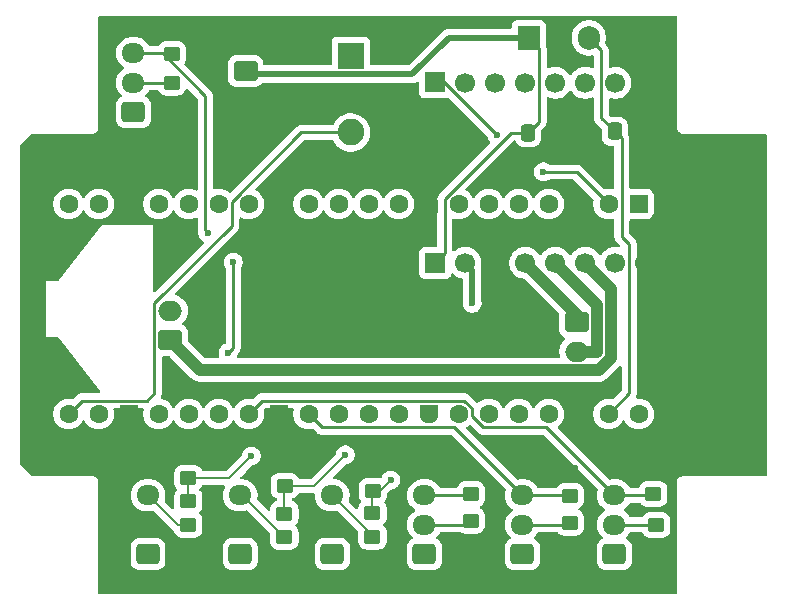
<source format=gbr>
%TF.GenerationSoftware,KiCad,Pcbnew,9.0.4*%
%TF.CreationDate,2025-10-15T08:51:35-06:00*%
%TF.ProjectId,Sumo_RapsPico,53756d6f-5f52-4617-9073-5069636f2e6b,rev?*%
%TF.SameCoordinates,Original*%
%TF.FileFunction,Copper,L2,Bot*%
%TF.FilePolarity,Positive*%
%FSLAX46Y46*%
G04 Gerber Fmt 4.6, Leading zero omitted, Abs format (unit mm)*
G04 Created by KiCad (PCBNEW 9.0.4) date 2025-10-15 08:51:35*
%MOMM*%
%LPD*%
G01*
G04 APERTURE LIST*
G04 Aperture macros list*
%AMRoundRect*
0 Rectangle with rounded corners*
0 $1 Rounding radius*
0 $2 $3 $4 $5 $6 $7 $8 $9 X,Y pos of 4 corners*
0 Add a 4 corners polygon primitive as box body*
4,1,4,$2,$3,$4,$5,$6,$7,$8,$9,$2,$3,0*
0 Add four circle primitives for the rounded corners*
1,1,$1+$1,$2,$3*
1,1,$1+$1,$4,$5*
1,1,$1+$1,$6,$7*
1,1,$1+$1,$8,$9*
0 Add four rect primitives between the rounded corners*
20,1,$1+$1,$2,$3,$4,$5,0*
20,1,$1+$1,$4,$5,$6,$7,0*
20,1,$1+$1,$6,$7,$8,$9,0*
20,1,$1+$1,$8,$9,$2,$3,0*%
%AMFreePoly0*
4,1,37,0.603843,0.796157,0.639018,0.796157,0.711114,0.766294,0.766294,0.711114,0.796157,0.639018,0.796157,0.603843,0.800000,0.600000,0.800000,-0.600000,0.796157,-0.603843,0.796157,-0.639018,0.766294,-0.711114,0.711114,-0.766294,0.639018,-0.796157,0.603843,-0.796157,0.600000,-0.800000,0.000000,-0.800000,0.000000,-0.796148,-0.078414,-0.796148,-0.232228,-0.765552,-0.377117,-0.705537,
-0.507515,-0.618408,-0.618408,-0.507515,-0.705537,-0.377117,-0.765552,-0.232228,-0.796148,-0.078414,-0.796148,0.078414,-0.765552,0.232228,-0.705537,0.377117,-0.618408,0.507515,-0.507515,0.618408,-0.377117,0.705537,-0.232228,0.765552,-0.078414,0.796148,0.000000,0.796148,0.000000,0.800000,0.600000,0.800000,0.603843,0.796157,0.603843,0.796157,$1*%
%AMFreePoly1*
4,1,37,0.000000,0.796148,0.078414,0.796148,0.232228,0.765552,0.377117,0.705537,0.507515,0.618408,0.618408,0.507515,0.705537,0.377117,0.765552,0.232228,0.796148,0.078414,0.796148,-0.078414,0.765552,-0.232228,0.705537,-0.377117,0.618408,-0.507515,0.507515,-0.618408,0.377117,-0.705537,0.232228,-0.765552,0.078414,-0.796148,0.000000,-0.796148,0.000000,-0.800000,-0.600000,-0.800000,
-0.603843,-0.796157,-0.639018,-0.796157,-0.711114,-0.766294,-0.766294,-0.711114,-0.796157,-0.639018,-0.796157,-0.603843,-0.800000,-0.600000,-0.800000,0.600000,-0.796157,0.603843,-0.796157,0.639018,-0.766294,0.711114,-0.711114,0.766294,-0.639018,0.796157,-0.603843,0.796157,-0.600000,0.800000,0.000000,0.800000,0.000000,0.796148,0.000000,0.796148,$1*%
G04 Aperture macros list end*
%TA.AperFunction,ComponentPad*%
%ADD10RoundRect,0.250000X0.750000X-0.600000X0.750000X0.600000X-0.750000X0.600000X-0.750000X-0.600000X0*%
%TD*%
%TA.AperFunction,ComponentPad*%
%ADD11O,2.000000X1.700000*%
%TD*%
%TA.AperFunction,ComponentPad*%
%ADD12RoundRect,0.250000X0.725000X-0.600000X0.725000X0.600000X-0.725000X0.600000X-0.725000X-0.600000X0*%
%TD*%
%TA.AperFunction,ComponentPad*%
%ADD13O,1.950000X1.700000*%
%TD*%
%TA.AperFunction,ComponentPad*%
%ADD14R,2.250000X2.250000*%
%TD*%
%TA.AperFunction,ComponentPad*%
%ADD15C,2.250000*%
%TD*%
%TA.AperFunction,ComponentPad*%
%ADD16RoundRect,0.200000X-0.600000X0.600000X-0.600000X-0.600000X0.600000X-0.600000X0.600000X0.600000X0*%
%TD*%
%TA.AperFunction,ComponentPad*%
%ADD17C,1.600000*%
%TD*%
%TA.AperFunction,ComponentPad*%
%ADD18FreePoly0,270.000000*%
%TD*%
%TA.AperFunction,ComponentPad*%
%ADD19FreePoly1,270.000000*%
%TD*%
%TA.AperFunction,ComponentPad*%
%ADD20R,1.905000X2.000000*%
%TD*%
%TA.AperFunction,ComponentPad*%
%ADD21O,1.905000X2.000000*%
%TD*%
%TA.AperFunction,ComponentPad*%
%ADD22RoundRect,0.250000X-0.750000X0.600000X-0.750000X-0.600000X0.750000X-0.600000X0.750000X0.600000X0*%
%TD*%
%TA.AperFunction,SMDPad,CuDef*%
%ADD23RoundRect,0.250000X-0.450000X0.350000X-0.450000X-0.350000X0.450000X-0.350000X0.450000X0.350000X0*%
%TD*%
%TA.AperFunction,ComponentPad*%
%ADD24R,1.700000X1.700000*%
%TD*%
%TA.AperFunction,ComponentPad*%
%ADD25C,1.700000*%
%TD*%
%TA.AperFunction,SMDPad,CuDef*%
%ADD26RoundRect,0.250000X0.450000X-0.350000X0.450000X0.350000X-0.450000X0.350000X-0.450000X-0.350000X0*%
%TD*%
%TA.AperFunction,SMDPad,CuDef*%
%ADD27RoundRect,0.250000X0.337500X0.475000X-0.337500X0.475000X-0.337500X-0.475000X0.337500X-0.475000X0*%
%TD*%
%TA.AperFunction,SMDPad,CuDef*%
%ADD28RoundRect,0.250000X-0.337500X-0.475000X0.337500X-0.475000X0.337500X0.475000X-0.337500X0.475000X0*%
%TD*%
%TA.AperFunction,ViaPad*%
%ADD29C,0.600000*%
%TD*%
%TA.AperFunction,Conductor*%
%ADD30C,0.250000*%
%TD*%
%TA.AperFunction,Conductor*%
%ADD31C,0.500000*%
%TD*%
%TA.AperFunction,Conductor*%
%ADD32C,0.200000*%
%TD*%
%TA.AperFunction,Conductor*%
%ADD33C,1.000000*%
%TD*%
G04 APERTURE END LIST*
D10*
%TO.P,Source1,1,Pin_1*%
%TO.N,+10V*%
X113145000Y-45760000D03*
D11*
%TO.P,Source1,2,Pin_2*%
%TO.N,GND*%
X113145000Y-43260000D03*
%TD*%
D12*
%TO.P,S4,1,Pin_1*%
%TO.N,+5V*%
X104890000Y-86650000D03*
D13*
%TO.P,S4,2,Pin_2*%
%TO.N,GND*%
X104890000Y-84150000D03*
%TO.P,S4,3,Pin_3*%
%TO.N,Net-(S4-Pin_3)*%
X104890000Y-81650000D03*
%TD*%
D12*
%TO.P,S6,1,Pin_1*%
%TO.N,+5V*%
X120490000Y-86650000D03*
D13*
%TO.P,S6,2,Pin_2*%
%TO.N,GND*%
X120490000Y-84150000D03*
%TO.P,S6,3,Pin_3*%
%TO.N,Net-(S6-Pin_3)*%
X120490000Y-81650000D03*
%TD*%
D14*
%TO.P,SW1,1,1*%
%TO.N,+3.3V*%
X122070000Y-44440000D03*
D15*
%TO.P,SW1,2,2*%
%TO.N,Net-(A1-GPIO16)*%
X122070000Y-50940000D03*
%TD*%
D16*
%TO.P,A1,1,GPIO0*%
%TO.N,/PWMB*%
X146420000Y-56990000D03*
D17*
%TO.P,A1,2,GPIO1*%
%TO.N,/PWMA*%
X143880000Y-56990000D03*
D18*
%TO.P,A1,3,GND*%
%TO.N,GND*%
X141340000Y-56990000D03*
D17*
%TO.P,A1,4,GPIO2*%
%TO.N,/MB1*%
X138800000Y-56990000D03*
%TO.P,A1,5,GPIO3*%
%TO.N,/MB2*%
X136260000Y-56990000D03*
%TO.P,A1,6,GPIO4*%
%TO.N,/Stby*%
X133720000Y-56990000D03*
%TO.P,A1,7,GPIO5*%
%TO.N,/MA2*%
X131180000Y-56990000D03*
D18*
%TO.P,A1,8,GND*%
%TO.N,GND*%
X128640000Y-56990000D03*
D17*
%TO.P,A1,9,GPIO6*%
%TO.N,/MA1*%
X126100000Y-56990000D03*
%TO.P,A1,10,GPIO7*%
%TO.N,unconnected-(A1-GPIO7-Pad10)*%
X123560000Y-56990000D03*
%TO.P,A1,11,GPIO8*%
%TO.N,unconnected-(A1-GPIO8-Pad11)*%
X121020000Y-56990000D03*
%TO.P,A1,12,GPIO9*%
%TO.N,unconnected-(A1-GPIO9-Pad12)*%
X118480000Y-56990000D03*
D18*
%TO.P,A1,13,GND*%
%TO.N,GND*%
X115940000Y-56990000D03*
D17*
%TO.P,A1,14,GPIO10*%
%TO.N,unconnected-(A1-GPIO10-Pad14)*%
X113400000Y-56990000D03*
%TO.P,A1,15,GPIO11*%
%TO.N,unconnected-(A1-GPIO11-Pad15)*%
X110860000Y-56990000D03*
%TO.P,A1,16,GPIO12*%
%TO.N,unconnected-(A1-GPIO12-Pad16)*%
X108320000Y-56990000D03*
%TO.P,A1,17,GPIO13*%
%TO.N,unconnected-(A1-GPIO13-Pad17)*%
X105780000Y-56990000D03*
D18*
%TO.P,A1,18,GND*%
%TO.N,GND*%
X103240000Y-56990000D03*
D17*
%TO.P,A1,19,GPIO14*%
%TO.N,unconnected-(A1-GPIO14-Pad19)*%
X100700000Y-56990000D03*
%TO.P,A1,20,GPIO15*%
%TO.N,unconnected-(A1-GPIO15-Pad20)*%
X98160000Y-56990000D03*
%TO.P,A1,21,GPIO16*%
%TO.N,Net-(A1-GPIO16)*%
X98160000Y-74770000D03*
%TO.P,A1,22,GPIO17*%
%TO.N,unconnected-(A1-GPIO17-Pad22)*%
X100700000Y-74770000D03*
D19*
%TO.P,A1,23,GND*%
%TO.N,GND*%
X103240000Y-74770000D03*
D17*
%TO.P,A1,24,GPIO18*%
%TO.N,unconnected-(A1-GPIO18-Pad24)*%
X105780000Y-74770000D03*
%TO.P,A1,25,GPIO19*%
%TO.N,/S8*%
X108320000Y-74770000D03*
%TO.P,A1,26,GPIO20*%
%TO.N,/S1*%
X110860000Y-74770000D03*
%TO.P,A1,27,GPIO21*%
%TO.N,/S2*%
X113400000Y-74770000D03*
D19*
%TO.P,A1,28,GND*%
%TO.N,GND*%
X115940000Y-74770000D03*
D17*
%TO.P,A1,29,GPIO22*%
%TO.N,/S3*%
X118480000Y-74770000D03*
%TO.P,A1,30,RUN*%
%TO.N,unconnected-(A1-RUN-Pad30)*%
X121020000Y-74770000D03*
%TO.P,A1,31,GPIO26_ADC0*%
%TO.N,/S4*%
X123560000Y-74770000D03*
%TO.P,A1,32,GPIO27_ADC1*%
%TO.N,/S5*%
X126100000Y-74770000D03*
D19*
%TO.P,A1,33,AGND*%
%TO.N,unconnected-(A1-AGND-Pad33)*%
X128640000Y-74770000D03*
D17*
%TO.P,A1,34,GPIO28_ADC2*%
%TO.N,/S6*%
X131180000Y-74770000D03*
%TO.P,A1,35,ADC_VREF*%
%TO.N,unconnected-(A1-ADC_VREF-Pad35)*%
X133720000Y-74770000D03*
%TO.P,A1,36,3V3*%
%TO.N,+3.3V*%
X136260000Y-74770000D03*
%TO.P,A1,37,3V3_EN*%
%TO.N,unconnected-(A1-3V3_EN-Pad37)*%
X138800000Y-74770000D03*
D19*
%TO.P,A1,38,GND*%
%TO.N,GND*%
X141340000Y-74770000D03*
D17*
%TO.P,A1,39,VSYS*%
%TO.N,+5V*%
X143880000Y-74770000D03*
%TO.P,A1,40,VBUS*%
%TO.N,unconnected-(A1-VBUS-Pad40)*%
X146420000Y-74770000D03*
%TD*%
D12*
%TO.P,S5,1,Pin_1*%
%TO.N,+5V*%
X112690000Y-86650000D03*
D13*
%TO.P,S5,2,Pin_2*%
%TO.N,GND*%
X112690000Y-84150000D03*
%TO.P,S5,3,Pin_3*%
%TO.N,Net-(S5-Pin_3)*%
X112690000Y-81650000D03*
%TD*%
D12*
%TO.P,S8,1,Pin_1*%
%TO.N,+3.3V*%
X128290000Y-86650000D03*
D13*
%TO.P,S8,2,Pin_2*%
%TO.N,Net-(S8-Pin_2)*%
X128290000Y-84150000D03*
%TO.P,S8,3,Pin_3*%
%TO.N,/S8*%
X128290000Y-81650000D03*
%TD*%
D12*
%TO.P,S3,1,Pin_1*%
%TO.N,+3.3V*%
X136570000Y-86650000D03*
D13*
%TO.P,S3,2,Pin_2*%
%TO.N,Net-(S3-Pin_2)*%
X136570000Y-84150000D03*
%TO.P,S3,3,Pin_3*%
%TO.N,/S3*%
X136570000Y-81650000D03*
%TD*%
D20*
%TO.P,U2,1,VI*%
%TO.N,+10V*%
X137120000Y-42930000D03*
D21*
%TO.P,U2,2,GND*%
%TO.N,GND*%
X139660000Y-42930000D03*
%TO.P,U2,3,VO*%
%TO.N,+5V*%
X142200000Y-42930000D03*
%TD*%
D12*
%TO.P,S2,1,Pin_1*%
%TO.N,+3.3V*%
X144370000Y-86650000D03*
D13*
%TO.P,S2,2,Pin_2*%
%TO.N,Net-(S2-Pin_2)*%
X144370000Y-84150000D03*
%TO.P,S2,3,Pin_3*%
%TO.N,/S2*%
X144370000Y-81650000D03*
%TD*%
D12*
%TO.P,S1,1,Pin_1*%
%TO.N,+3.3V*%
X103650000Y-49220000D03*
D13*
%TO.P,S1,2,Pin_2*%
%TO.N,Net-(S1-Pin_2)*%
X103650000Y-46720000D03*
%TO.P,S1,3,Pin_3*%
%TO.N,/S1*%
X103650000Y-44220000D03*
%TD*%
D22*
%TO.P,MotoA1,1,Pin_1*%
%TO.N,Net-(J3-Pin_4)*%
X141210000Y-67000000D03*
D11*
%TO.P,MotoA1,2,Pin_2*%
%TO.N,Net-(J3-Pin_5)*%
X141210000Y-69500000D03*
%TD*%
D23*
%TO.P,R2,1*%
%TO.N,GND*%
X140600000Y-79700000D03*
%TO.P,R2,2*%
%TO.N,/S3*%
X140600000Y-81700000D03*
%TD*%
D24*
%TO.P,J4,1,Pin_1*%
%TO.N,/PWMA*%
X129204000Y-46690000D03*
D25*
%TO.P,J4,2,Pin_2*%
%TO.N,/MA1*%
X131744000Y-46740000D03*
%TO.P,J4,3,Pin_3*%
%TO.N,/MA2*%
X134284000Y-46740000D03*
%TO.P,J4,4,Pin_4*%
%TO.N,/Stby*%
X136824000Y-46740000D03*
%TO.P,J4,5,Pin_5*%
%TO.N,/MB1*%
X139364000Y-46740000D03*
%TO.P,J4,6,Pin_6*%
%TO.N,/MB2*%
X141904000Y-46740000D03*
%TO.P,J4,7,Pin_7*%
%TO.N,/PWMB*%
X144444000Y-46740000D03*
%TO.P,J4,8,Pin_8*%
%TO.N,GND*%
X146984000Y-46740000D03*
%TD*%
D24*
%TO.P,J3,1,Pin_1*%
%TO.N,+10V*%
X129204000Y-61980000D03*
D25*
%TO.P,J3,2,Pin_2*%
%TO.N,+3.3V*%
X131744000Y-61980000D03*
%TO.P,J3,3,Pin_3*%
%TO.N,GND*%
X134284000Y-61980000D03*
%TO.P,J3,4,Pin_4*%
%TO.N,Net-(J3-Pin_4)*%
X136824000Y-61980000D03*
%TO.P,J3,5,Pin_5*%
%TO.N,Net-(J3-Pin_5)*%
X139364000Y-61980000D03*
%TO.P,J3,6,Pin_6*%
%TO.N,Net-(J3-Pin_6)*%
X141904000Y-61980000D03*
%TO.P,J3,7,Pin_7*%
%TO.N,Net-(J3-Pin_7)*%
X144444000Y-61980000D03*
%TO.P,J3,8,Pin_8*%
%TO.N,GND*%
X146984000Y-61980000D03*
%TD*%
D23*
%TO.P,R8,1*%
%TO.N,GND*%
X132230000Y-79570000D03*
%TO.P,R8,2*%
%TO.N,/S8*%
X132230000Y-81570000D03*
%TD*%
D26*
%TO.P,R5,1*%
%TO.N,GND*%
X106910000Y-48710000D03*
%TO.P,R5,2*%
%TO.N,Net-(S1-Pin_2)*%
X106910000Y-46710000D03*
%TD*%
%TO.P,R1,1*%
%TO.N,GND*%
X140620000Y-85970000D03*
%TO.P,R1,2*%
%TO.N,Net-(S3-Pin_2)*%
X140620000Y-83970000D03*
%TD*%
D23*
%TO.P,R10,1*%
%TO.N,/S6*%
X123890000Y-83150000D03*
%TO.P,R10,2*%
%TO.N,Net-(S6-Pin_3)*%
X123890000Y-85150000D03*
%TD*%
D26*
%TO.P,R7,1*%
%TO.N,GND*%
X132230000Y-85800000D03*
%TO.P,R7,2*%
%TO.N,Net-(S8-Pin_2)*%
X132230000Y-83800000D03*
%TD*%
D27*
%TO.P,C2,1*%
%TO.N,+5V*%
X144407500Y-50850000D03*
%TO.P,C2,2*%
%TO.N,GND*%
X142332500Y-50850000D03*
%TD*%
D23*
%TO.P,R9,1*%
%TO.N,GND*%
X123920000Y-79280000D03*
%TO.P,R9,2*%
%TO.N,/S6*%
X123920000Y-81280000D03*
%TD*%
D26*
%TO.P,R3,1*%
%TO.N,GND*%
X147910000Y-86180000D03*
%TO.P,R3,2*%
%TO.N,Net-(S2-Pin_2)*%
X147910000Y-84180000D03*
%TD*%
D23*
%TO.P,R13,1*%
%TO.N,GND*%
X108290000Y-78200000D03*
%TO.P,R13,2*%
%TO.N,/S4*%
X108290000Y-80200000D03*
%TD*%
D28*
%TO.P,C1,1*%
%TO.N,+10V*%
X137062500Y-50960000D03*
%TO.P,C1,2*%
%TO.N,GND*%
X139137500Y-50960000D03*
%TD*%
D23*
%TO.P,R6,1*%
%TO.N,GND*%
X147660000Y-79560000D03*
%TO.P,R6,2*%
%TO.N,/S2*%
X147660000Y-81560000D03*
%TD*%
%TO.P,R12,1*%
%TO.N,/S5*%
X116430000Y-83210000D03*
%TO.P,R12,2*%
%TO.N,Net-(S5-Pin_3)*%
X116430000Y-85210000D03*
%TD*%
%TO.P,R11,1*%
%TO.N,GND*%
X116460000Y-78850000D03*
%TO.P,R11,2*%
%TO.N,/S5*%
X116460000Y-80850000D03*
%TD*%
D10*
%TO.P,MotorB1,1,Pin_1*%
%TO.N,Net-(J3-Pin_6)*%
X106770000Y-68530000D03*
D11*
%TO.P,MotorB1,2,Pin_2*%
%TO.N,Net-(J3-Pin_7)*%
X106770000Y-66030000D03*
%TD*%
D23*
%TO.P,R14,1*%
%TO.N,/S4*%
X108290000Y-82150000D03*
%TO.P,R14,2*%
%TO.N,Net-(S4-Pin_3)*%
X108290000Y-84150000D03*
%TD*%
%TO.P,R4,1*%
%TO.N,GND*%
X106920000Y-42280000D03*
%TO.P,R4,2*%
%TO.N,/S1*%
X106920000Y-44280000D03*
%TD*%
D29*
%TO.N,/S6*%
X125440000Y-80360000D03*
%TO.N,/PWMA*%
X138350000Y-54280000D03*
X134415000Y-51145000D03*
%TO.N,/S5*%
X121590000Y-78240000D03*
%TO.N,/S4*%
X113630000Y-78330000D03*
%TO.N,+3.3V*%
X132320000Y-65400000D03*
%TO.N,/S1*%
X112110000Y-61940000D03*
X109940000Y-59420000D03*
X111670000Y-69590000D03*
%TD*%
D30*
%TO.N,+5V*%
X143268000Y-43998000D02*
X142200000Y-42930000D01*
X143268000Y-49710500D02*
X143268000Y-43998000D01*
X144407500Y-50850000D02*
X143268000Y-49710500D01*
%TO.N,+10V*%
X135617595Y-50960000D02*
X129997595Y-56580000D01*
X129997595Y-56580000D02*
X129997595Y-61186405D01*
X129997595Y-61186405D02*
X129204000Y-61980000D01*
X137062500Y-50960000D02*
X135617595Y-50960000D01*
%TO.N,/PWMA*%
X134415000Y-51145000D02*
X129960000Y-46690000D01*
X129960000Y-46690000D02*
X129224000Y-46690000D01*
%TO.N,+10V*%
X138000000Y-50022500D02*
X137062500Y-50960000D01*
X138000000Y-43810000D02*
X138000000Y-50022500D01*
X137120000Y-42930000D02*
X138000000Y-43810000D01*
D31*
X127276000Y-46016000D02*
X130362000Y-42930000D01*
X130362000Y-42930000D02*
X137120000Y-42930000D01*
X113401000Y-46016000D02*
X127276000Y-46016000D01*
X113145000Y-45760000D02*
X113401000Y-46016000D01*
D30*
%TO.N,/S2*%
X147570000Y-81650000D02*
X147660000Y-81560000D01*
X144370000Y-81650000D02*
X147570000Y-81650000D01*
%TO.N,Net-(S2-Pin_2)*%
X147880000Y-84150000D02*
X147910000Y-84180000D01*
X144370000Y-84150000D02*
X147880000Y-84150000D01*
X147510000Y-84150000D02*
X147560000Y-84200000D01*
D32*
%TO.N,+10V*%
X137120000Y-42930000D02*
X137120000Y-42980000D01*
D30*
%TO.N,/S8*%
X132150000Y-81650000D02*
X132230000Y-81570000D01*
X128290000Y-81650000D02*
X132150000Y-81650000D01*
D32*
%TO.N,/S6*%
X123890000Y-81310000D02*
X123920000Y-81280000D01*
X123890000Y-83150000D02*
X123890000Y-81310000D01*
X123920000Y-81280000D02*
X124520000Y-81280000D01*
X124520000Y-81280000D02*
X125440000Y-80360000D01*
D30*
%TO.N,/PWMA*%
X141170000Y-54280000D02*
X143880000Y-56990000D01*
X138350000Y-54280000D02*
X141170000Y-54280000D01*
%TO.N,Net-(A1-GPIO16)*%
X104809192Y-73639000D02*
X99291000Y-73639000D01*
X99291000Y-73639000D02*
X98160000Y-74770000D01*
X111986000Y-58830000D02*
X105416000Y-65400000D01*
X117857595Y-50940000D02*
X111986000Y-56811595D01*
X105416000Y-65400000D02*
X105416000Y-73032192D01*
X105416000Y-73032192D02*
X104809192Y-73639000D01*
X122070000Y-50940000D02*
X117857595Y-50940000D01*
X111986000Y-56811595D02*
X111986000Y-58830000D01*
D32*
%TO.N,/S5*%
X116430000Y-83210000D02*
X116430000Y-80880000D01*
X116430000Y-80880000D02*
X116460000Y-80850000D01*
X118980000Y-80850000D02*
X121590000Y-78240000D01*
X116460000Y-80850000D02*
X118980000Y-80850000D01*
D30*
%TO.N,/S3*%
X140550000Y-81650000D02*
X140600000Y-81700000D01*
X136570000Y-81650000D02*
X130821000Y-75901000D01*
X130821000Y-75901000D02*
X119611000Y-75901000D01*
X119611000Y-75901000D02*
X118480000Y-74770000D01*
X136570000Y-81650000D02*
X140550000Y-81650000D01*
D32*
%TO.N,/S4*%
X108290000Y-80200000D02*
X111760000Y-80200000D01*
X111760000Y-80200000D02*
X113630000Y-78330000D01*
X108290000Y-82150000D02*
X108290000Y-80200000D01*
D31*
%TO.N,+3.3V*%
X132320000Y-62556000D02*
X131744000Y-61980000D01*
X132320000Y-65400000D02*
X132320000Y-62556000D01*
D30*
%TO.N,/S1*%
X103650000Y-44220000D02*
X106134522Y-44220000D01*
X109734000Y-59214000D02*
X109940000Y-59420000D01*
X106134522Y-44220000D02*
X109734000Y-47819478D01*
X106860000Y-44220000D02*
X106920000Y-44280000D01*
X112110000Y-69150000D02*
X111670000Y-69590000D01*
X112110000Y-61940000D02*
X112110000Y-69150000D01*
X109734000Y-47819478D02*
X109734000Y-59214000D01*
X103650000Y-44220000D02*
X106860000Y-44220000D01*
%TO.N,+5V*%
X145006000Y-59754884D02*
X145620000Y-60368884D01*
X145006000Y-51448500D02*
X145006000Y-59754884D01*
X145620000Y-60368884D02*
X145620000Y-73030000D01*
X144407500Y-50850000D02*
X144370884Y-50850000D01*
X144407500Y-50850000D02*
X145006000Y-51448500D01*
X145620000Y-73030000D02*
X143880000Y-74770000D01*
%TO.N,/S2*%
X144370000Y-81650000D02*
X138616000Y-75896000D01*
X114531000Y-73639000D02*
X113400000Y-74770000D01*
X147050000Y-81650000D02*
X147120000Y-81580000D01*
X132306000Y-74303595D02*
X131641405Y-73639000D01*
X138616000Y-75896000D02*
X133253595Y-75896000D01*
X133253595Y-75896000D02*
X132306000Y-74948405D01*
X131641405Y-73639000D02*
X114531000Y-73639000D01*
X132306000Y-74948405D02*
X132306000Y-74303595D01*
D33*
%TO.N,Net-(J3-Pin_6)*%
X106770000Y-68530000D02*
X109291000Y-71051000D01*
X144112000Y-64188000D02*
X141904000Y-61980000D01*
X144112000Y-69996470D02*
X144112000Y-64188000D01*
X109291000Y-71051000D02*
X143057470Y-71051000D01*
X143057470Y-71051000D02*
X144112000Y-69996470D01*
%TO.N,Net-(J3-Pin_5)*%
X142911000Y-65527000D02*
X139364000Y-61980000D01*
X142910000Y-69500000D02*
X142911000Y-69499000D01*
X142911000Y-69499000D02*
X142911000Y-65527000D01*
X141210000Y-69500000D02*
X142910000Y-69500000D01*
%TO.N,Net-(J3-Pin_4)*%
X141210000Y-67000000D02*
X141210000Y-66366000D01*
X141210000Y-66366000D02*
X136824000Y-61980000D01*
D30*
%TO.N,Net-(S1-Pin_2)*%
X106900000Y-46720000D02*
X106910000Y-46710000D01*
X103650000Y-46720000D02*
X106900000Y-46720000D01*
%TO.N,Net-(S2-Pin_2)*%
X147090000Y-84150000D02*
X147120000Y-84180000D01*
%TO.N,Net-(S3-Pin_2)*%
X140440000Y-84150000D02*
X140620000Y-83970000D01*
X136570000Y-84150000D02*
X140440000Y-84150000D01*
%TO.N,Net-(S8-Pin_2)*%
X131880000Y-84150000D02*
X132230000Y-83800000D01*
X128290000Y-84150000D02*
X131880000Y-84150000D01*
D32*
%TO.N,Net-(S6-Pin_3)*%
X123890000Y-85050000D02*
X120490000Y-81650000D01*
X123890000Y-85150000D02*
X123890000Y-85050000D01*
%TO.N,Net-(S5-Pin_3)*%
X112870000Y-81650000D02*
X116430000Y-85210000D01*
X112690000Y-81650000D02*
X112870000Y-81650000D01*
%TO.N,Net-(S4-Pin_3)*%
X108290000Y-84150000D02*
X107390000Y-84150000D01*
X107390000Y-84150000D02*
X104890000Y-81650000D01*
%TD*%
%TA.AperFunction,Conductor*%
%TO.N,GND*%
G36*
X149622539Y-41060185D02*
G01*
X149668294Y-41112989D01*
X149679500Y-41164500D01*
X149679500Y-50474108D01*
X149679500Y-50605892D01*
X149687222Y-50634711D01*
X149713608Y-50733187D01*
X149727120Y-50756590D01*
X149779500Y-50847314D01*
X149872686Y-50940500D01*
X149986814Y-51006392D01*
X150114108Y-51040500D01*
X150114110Y-51040500D01*
X157156000Y-51040500D01*
X157223039Y-51060185D01*
X157268794Y-51112989D01*
X157280000Y-51164500D01*
X157280000Y-79915500D01*
X157260315Y-79982539D01*
X157207511Y-80028294D01*
X157156000Y-80039500D01*
X150114108Y-80039500D01*
X149986812Y-80073608D01*
X149872686Y-80139500D01*
X149872683Y-80139502D01*
X149779502Y-80232683D01*
X149779500Y-80232686D01*
X149713608Y-80346812D01*
X149679500Y-80474108D01*
X149679500Y-89915500D01*
X149659815Y-89982539D01*
X149607011Y-90028294D01*
X149555500Y-90039500D01*
X100804500Y-90039500D01*
X100737461Y-90019815D01*
X100691706Y-89967011D01*
X100680500Y-89915500D01*
X100680500Y-85999983D01*
X103414500Y-85999983D01*
X103414500Y-87300001D01*
X103414501Y-87300018D01*
X103425000Y-87402796D01*
X103425001Y-87402799D01*
X103480185Y-87569331D01*
X103480186Y-87569334D01*
X103572288Y-87718656D01*
X103696344Y-87842712D01*
X103845666Y-87934814D01*
X104012203Y-87989999D01*
X104114991Y-88000500D01*
X105665008Y-88000499D01*
X105767797Y-87989999D01*
X105934334Y-87934814D01*
X106083656Y-87842712D01*
X106207712Y-87718656D01*
X106299814Y-87569334D01*
X106354999Y-87402797D01*
X106365500Y-87300009D01*
X106365499Y-85999992D01*
X106365498Y-85999983D01*
X111214500Y-85999983D01*
X111214500Y-87300001D01*
X111214501Y-87300018D01*
X111225000Y-87402796D01*
X111225001Y-87402799D01*
X111280185Y-87569331D01*
X111280186Y-87569334D01*
X111372288Y-87718656D01*
X111496344Y-87842712D01*
X111645666Y-87934814D01*
X111812203Y-87989999D01*
X111914991Y-88000500D01*
X113465008Y-88000499D01*
X113567797Y-87989999D01*
X113734334Y-87934814D01*
X113883656Y-87842712D01*
X114007712Y-87718656D01*
X114099814Y-87569334D01*
X114154999Y-87402797D01*
X114165500Y-87300009D01*
X114165499Y-85999992D01*
X114154999Y-85897203D01*
X114099814Y-85730666D01*
X114007712Y-85581344D01*
X113883656Y-85457288D01*
X113734334Y-85365186D01*
X113567797Y-85310001D01*
X113567795Y-85310000D01*
X113465010Y-85299500D01*
X111914998Y-85299500D01*
X111914981Y-85299501D01*
X111812203Y-85310000D01*
X111812200Y-85310001D01*
X111645668Y-85365185D01*
X111645663Y-85365187D01*
X111496342Y-85457289D01*
X111372289Y-85581342D01*
X111280187Y-85730663D01*
X111280186Y-85730666D01*
X111225001Y-85897203D01*
X111225001Y-85897204D01*
X111225000Y-85897204D01*
X111214500Y-85999983D01*
X106365498Y-85999983D01*
X106354999Y-85897203D01*
X106299814Y-85730666D01*
X106207712Y-85581344D01*
X106083656Y-85457288D01*
X105934334Y-85365186D01*
X105767797Y-85310001D01*
X105767795Y-85310000D01*
X105665010Y-85299500D01*
X104114998Y-85299500D01*
X104114981Y-85299501D01*
X104012203Y-85310000D01*
X104012200Y-85310001D01*
X103845668Y-85365185D01*
X103845663Y-85365187D01*
X103696342Y-85457289D01*
X103572289Y-85581342D01*
X103480187Y-85730663D01*
X103480186Y-85730666D01*
X103425001Y-85897203D01*
X103425001Y-85897204D01*
X103425000Y-85897204D01*
X103414500Y-85999983D01*
X100680500Y-85999983D01*
X100680500Y-81543713D01*
X103414500Y-81543713D01*
X103414500Y-81756287D01*
X103418699Y-81782796D01*
X103446767Y-81960016D01*
X103447754Y-81966243D01*
X103506617Y-82147405D01*
X103513444Y-82168414D01*
X103609951Y-82357820D01*
X103734890Y-82529786D01*
X103885213Y-82680109D01*
X104057179Y-82805048D01*
X104057181Y-82805049D01*
X104057184Y-82805051D01*
X104246588Y-82901557D01*
X104448757Y-82967246D01*
X104658713Y-83000500D01*
X104658714Y-83000500D01*
X105121285Y-83000500D01*
X105121287Y-83000500D01*
X105291949Y-82973469D01*
X105361240Y-82982423D01*
X105399026Y-83008261D01*
X106909478Y-84518713D01*
X106909480Y-84518716D01*
X107021284Y-84630520D01*
X107078767Y-84663706D01*
X107087626Y-84671349D01*
X107100486Y-84691263D01*
X107116846Y-84708420D01*
X107124337Y-84726238D01*
X107155185Y-84819331D01*
X107155187Y-84819336D01*
X107169908Y-84843203D01*
X107247288Y-84968656D01*
X107371344Y-85092712D01*
X107520666Y-85184814D01*
X107687203Y-85239999D01*
X107789991Y-85250500D01*
X108790008Y-85250499D01*
X108790016Y-85250498D01*
X108790019Y-85250498D01*
X108846302Y-85244748D01*
X108892797Y-85239999D01*
X109059334Y-85184814D01*
X109208656Y-85092712D01*
X109332712Y-84968656D01*
X109424814Y-84819334D01*
X109479999Y-84652797D01*
X109490500Y-84550009D01*
X109490499Y-83749992D01*
X109486699Y-83712797D01*
X109479999Y-83647203D01*
X109479998Y-83647200D01*
X109467674Y-83610009D01*
X109424814Y-83480666D01*
X109332712Y-83331344D01*
X109239049Y-83237681D01*
X109205564Y-83176358D01*
X109210548Y-83106666D01*
X109239049Y-83062319D01*
X109274080Y-83027288D01*
X109332712Y-82968656D01*
X109424814Y-82819334D01*
X109479999Y-82652797D01*
X109490500Y-82550009D01*
X109490499Y-81749992D01*
X109479999Y-81647203D01*
X109424814Y-81480666D01*
X109332712Y-81331344D01*
X109264049Y-81262681D01*
X109230564Y-81201358D01*
X109235548Y-81131666D01*
X109264049Y-81087319D01*
X109294168Y-81057200D01*
X109332712Y-81018656D01*
X109424814Y-80869334D01*
X109424815Y-80869331D01*
X109428605Y-80863187D01*
X109430399Y-80864293D01*
X109469687Y-80819663D01*
X109535908Y-80800500D01*
X111279791Y-80800500D01*
X111346830Y-80820185D01*
X111392585Y-80872989D01*
X111402529Y-80942147D01*
X111390276Y-80980793D01*
X111370985Y-81018656D01*
X111313444Y-81131585D01*
X111313443Y-81131587D01*
X111313443Y-81131588D01*
X111300969Y-81169980D01*
X111247753Y-81333760D01*
X111229263Y-81450501D01*
X111214500Y-81543713D01*
X111214500Y-81756287D01*
X111218699Y-81782796D01*
X111246767Y-81960016D01*
X111247754Y-81966243D01*
X111306617Y-82147405D01*
X111313444Y-82168414D01*
X111409951Y-82357820D01*
X111534890Y-82529786D01*
X111685213Y-82680109D01*
X111857179Y-82805048D01*
X111857181Y-82805049D01*
X111857184Y-82805051D01*
X112046588Y-82901557D01*
X112248757Y-82967246D01*
X112458713Y-83000500D01*
X112458714Y-83000500D01*
X112921286Y-83000500D01*
X112921287Y-83000500D01*
X113131243Y-82967246D01*
X113215037Y-82940018D01*
X113284875Y-82938023D01*
X113341034Y-82970269D01*
X115193181Y-84822416D01*
X115226666Y-84883739D01*
X115229500Y-84910097D01*
X115229500Y-85610001D01*
X115229501Y-85610019D01*
X115240000Y-85712796D01*
X115240001Y-85712799D01*
X115295185Y-85879331D01*
X115295187Y-85879336D01*
X115306208Y-85897204D01*
X115387288Y-86028656D01*
X115511344Y-86152712D01*
X115660666Y-86244814D01*
X115827203Y-86299999D01*
X115929991Y-86310500D01*
X116930008Y-86310499D01*
X116930016Y-86310498D01*
X116930019Y-86310498D01*
X116986302Y-86304748D01*
X117032797Y-86299999D01*
X117199334Y-86244814D01*
X117348656Y-86152712D01*
X117472712Y-86028656D01*
X117490398Y-85999983D01*
X119014500Y-85999983D01*
X119014500Y-87300001D01*
X119014501Y-87300018D01*
X119025000Y-87402796D01*
X119025001Y-87402799D01*
X119080185Y-87569331D01*
X119080186Y-87569334D01*
X119172288Y-87718656D01*
X119296344Y-87842712D01*
X119445666Y-87934814D01*
X119612203Y-87989999D01*
X119714991Y-88000500D01*
X121265008Y-88000499D01*
X121367797Y-87989999D01*
X121534334Y-87934814D01*
X121683656Y-87842712D01*
X121807712Y-87718656D01*
X121899814Y-87569334D01*
X121954999Y-87402797D01*
X121965500Y-87300009D01*
X121965499Y-85999992D01*
X121954999Y-85897203D01*
X121899814Y-85730666D01*
X121807712Y-85581344D01*
X121683656Y-85457288D01*
X121534334Y-85365186D01*
X121367797Y-85310001D01*
X121367795Y-85310000D01*
X121265010Y-85299500D01*
X119714998Y-85299500D01*
X119714981Y-85299501D01*
X119612203Y-85310000D01*
X119612200Y-85310001D01*
X119445668Y-85365185D01*
X119445663Y-85365187D01*
X119296342Y-85457289D01*
X119172289Y-85581342D01*
X119080187Y-85730663D01*
X119080186Y-85730666D01*
X119025001Y-85897203D01*
X119025001Y-85897204D01*
X119025000Y-85897204D01*
X119014500Y-85999983D01*
X117490398Y-85999983D01*
X117564814Y-85879334D01*
X117619999Y-85712797D01*
X117630500Y-85610009D01*
X117630499Y-84809992D01*
X117628986Y-84795185D01*
X117619999Y-84707203D01*
X117619998Y-84707200D01*
X117611465Y-84681448D01*
X117564814Y-84540666D01*
X117472712Y-84391344D01*
X117379049Y-84297681D01*
X117345564Y-84236358D01*
X117350548Y-84166666D01*
X117379049Y-84122319D01*
X117408656Y-84092712D01*
X117472712Y-84028656D01*
X117564814Y-83879334D01*
X117619999Y-83712797D01*
X117630500Y-83610009D01*
X117630499Y-82809992D01*
X117629529Y-82800500D01*
X117619999Y-82707203D01*
X117619998Y-82707200D01*
X117611021Y-82680109D01*
X117564814Y-82540666D01*
X117472712Y-82391344D01*
X117348656Y-82267288D01*
X117199334Y-82175186D01*
X117131402Y-82152675D01*
X117073959Y-82112903D01*
X117047136Y-82048387D01*
X117059451Y-81979611D01*
X117106995Y-81928411D01*
X117131397Y-81917267D01*
X117229334Y-81884814D01*
X117378656Y-81792712D01*
X117502712Y-81668656D01*
X117594814Y-81519334D01*
X117594815Y-81519331D01*
X117598605Y-81513187D01*
X117600399Y-81514293D01*
X117639687Y-81469663D01*
X117705908Y-81450500D01*
X118890500Y-81450500D01*
X118957539Y-81470185D01*
X119003294Y-81522989D01*
X119014500Y-81574500D01*
X119014500Y-81756287D01*
X119018699Y-81782796D01*
X119046767Y-81960016D01*
X119047754Y-81966243D01*
X119106617Y-82147405D01*
X119113444Y-82168414D01*
X119209951Y-82357820D01*
X119334890Y-82529786D01*
X119485213Y-82680109D01*
X119657179Y-82805048D01*
X119657181Y-82805049D01*
X119657184Y-82805051D01*
X119846588Y-82901557D01*
X120048757Y-82967246D01*
X120258713Y-83000500D01*
X120258714Y-83000500D01*
X120721285Y-83000500D01*
X120721287Y-83000500D01*
X120891949Y-82973469D01*
X120961240Y-82982423D01*
X120999026Y-83008261D01*
X122653181Y-84662416D01*
X122686666Y-84723739D01*
X122689500Y-84750097D01*
X122689500Y-85550001D01*
X122689501Y-85550019D01*
X122700000Y-85652796D01*
X122700001Y-85652799D01*
X122725803Y-85730663D01*
X122755186Y-85819334D01*
X122847288Y-85968656D01*
X122971344Y-86092712D01*
X123120666Y-86184814D01*
X123287203Y-86239999D01*
X123389991Y-86250500D01*
X124390008Y-86250499D01*
X124390016Y-86250498D01*
X124390019Y-86250498D01*
X124446302Y-86244748D01*
X124492797Y-86239999D01*
X124659334Y-86184814D01*
X124808656Y-86092712D01*
X124932712Y-85968656D01*
X125024814Y-85819334D01*
X125079999Y-85652797D01*
X125090500Y-85550009D01*
X125090499Y-84749992D01*
X125089755Y-84742712D01*
X125079999Y-84647203D01*
X125079998Y-84647200D01*
X125047792Y-84550009D01*
X125024814Y-84480666D01*
X124932712Y-84331344D01*
X124839049Y-84237681D01*
X124805564Y-84176358D01*
X124810548Y-84106666D01*
X124839049Y-84062319D01*
X124872712Y-84028656D01*
X124932712Y-83968656D01*
X125024814Y-83819334D01*
X125079999Y-83652797D01*
X125090500Y-83550009D01*
X125090499Y-82749992D01*
X125089334Y-82738591D01*
X125079999Y-82647203D01*
X125079998Y-82647200D01*
X125066195Y-82605546D01*
X125024814Y-82480666D01*
X124932712Y-82331344D01*
X124919049Y-82317681D01*
X124885564Y-82256358D01*
X124890548Y-82186666D01*
X124919049Y-82142319D01*
X124962712Y-82098656D01*
X125054814Y-81949334D01*
X125109999Y-81782797D01*
X125120500Y-81680009D01*
X125120499Y-81580095D01*
X125129144Y-81550653D01*
X125130654Y-81543713D01*
X126814500Y-81543713D01*
X126814500Y-81756287D01*
X126818699Y-81782796D01*
X126846767Y-81960016D01*
X126847754Y-81966243D01*
X126906617Y-82147405D01*
X126913444Y-82168414D01*
X127009951Y-82357820D01*
X127134890Y-82529786D01*
X127285209Y-82680105D01*
X127285214Y-82680109D01*
X127449793Y-82799682D01*
X127492459Y-82855011D01*
X127498438Y-82924625D01*
X127465833Y-82986420D01*
X127449793Y-83000318D01*
X127285214Y-83119890D01*
X127285209Y-83119894D01*
X127134890Y-83270213D01*
X127009951Y-83442179D01*
X126913444Y-83631585D01*
X126847753Y-83833760D01*
X126840535Y-83879334D01*
X126814500Y-84043713D01*
X126814500Y-84256287D01*
X126847754Y-84466243D01*
X126908369Y-84652797D01*
X126913444Y-84668414D01*
X127009951Y-84857820D01*
X127134890Y-85029786D01*
X127273705Y-85168601D01*
X127307190Y-85229924D01*
X127302206Y-85299616D01*
X127260334Y-85355549D01*
X127251121Y-85361821D01*
X127096342Y-85457289D01*
X126972289Y-85581342D01*
X126880187Y-85730663D01*
X126880186Y-85730666D01*
X126825001Y-85897203D01*
X126825001Y-85897204D01*
X126825000Y-85897204D01*
X126814500Y-85999983D01*
X126814500Y-87300001D01*
X126814501Y-87300018D01*
X126825000Y-87402796D01*
X126825001Y-87402799D01*
X126880185Y-87569331D01*
X126880186Y-87569334D01*
X126972288Y-87718656D01*
X127096344Y-87842712D01*
X127245666Y-87934814D01*
X127412203Y-87989999D01*
X127514991Y-88000500D01*
X129065008Y-88000499D01*
X129167797Y-87989999D01*
X129334334Y-87934814D01*
X129483656Y-87842712D01*
X129607712Y-87718656D01*
X129699814Y-87569334D01*
X129754999Y-87402797D01*
X129765500Y-87300009D01*
X129765499Y-85999992D01*
X129754999Y-85897203D01*
X129699814Y-85730666D01*
X129607712Y-85581344D01*
X129483656Y-85457288D01*
X129334334Y-85365186D01*
X129334333Y-85365185D01*
X129328878Y-85361821D01*
X129282154Y-85309873D01*
X129270931Y-85240910D01*
X129298775Y-85176828D01*
X129306272Y-85168623D01*
X129445104Y-85029792D01*
X129463252Y-85004814D01*
X129570049Y-84857819D01*
X129577497Y-84843203D01*
X129625473Y-84792408D01*
X129687981Y-84775500D01*
X131329336Y-84775500D01*
X131394432Y-84793961D01*
X131460659Y-84834810D01*
X131460660Y-84834810D01*
X131460666Y-84834814D01*
X131627203Y-84889999D01*
X131729991Y-84900500D01*
X132730008Y-84900499D01*
X132730016Y-84900498D01*
X132730019Y-84900498D01*
X132786302Y-84894748D01*
X132832797Y-84889999D01*
X132999334Y-84834814D01*
X133148656Y-84742712D01*
X133272712Y-84618656D01*
X133364814Y-84469334D01*
X133419999Y-84302797D01*
X133430500Y-84200009D01*
X133430499Y-83399992D01*
X133419999Y-83297203D01*
X133364814Y-83130666D01*
X133272712Y-82981344D01*
X133148656Y-82857288D01*
X133148655Y-82857287D01*
X133040438Y-82790539D01*
X132993713Y-82738591D01*
X132982490Y-82669629D01*
X133010334Y-82605546D01*
X133040438Y-82579461D01*
X133088176Y-82550016D01*
X133148656Y-82512712D01*
X133272712Y-82388656D01*
X133364814Y-82239334D01*
X133419999Y-82072797D01*
X133430500Y-81970009D01*
X133430499Y-81169992D01*
X133429543Y-81160638D01*
X133419999Y-81067203D01*
X133419998Y-81067200D01*
X133407891Y-81030663D01*
X133364814Y-80900666D01*
X133272712Y-80751344D01*
X133148656Y-80627288D01*
X132999334Y-80535186D01*
X132832797Y-80480001D01*
X132832795Y-80480000D01*
X132730010Y-80469500D01*
X131729998Y-80469500D01*
X131729980Y-80469501D01*
X131627203Y-80480000D01*
X131627200Y-80480001D01*
X131460668Y-80535185D01*
X131460663Y-80535187D01*
X131311342Y-80627289D01*
X131187289Y-80751342D01*
X131095186Y-80900666D01*
X131082316Y-80939505D01*
X131042543Y-80996950D01*
X130978026Y-81023772D01*
X130964610Y-81024500D01*
X129687981Y-81024500D01*
X129620942Y-81004815D01*
X129577497Y-80956797D01*
X129570049Y-80942180D01*
X129445109Y-80770213D01*
X129294786Y-80619890D01*
X129122820Y-80494951D01*
X128933414Y-80398444D01*
X128933413Y-80398443D01*
X128933412Y-80398443D01*
X128731243Y-80332754D01*
X128731241Y-80332753D01*
X128731240Y-80332753D01*
X128569957Y-80307208D01*
X128521287Y-80299500D01*
X128058713Y-80299500D01*
X128010042Y-80307208D01*
X127848760Y-80332753D01*
X127646585Y-80398444D01*
X127457179Y-80494951D01*
X127285213Y-80619890D01*
X127134890Y-80770213D01*
X127009951Y-80942179D01*
X126913444Y-81131585D01*
X126913443Y-81131587D01*
X126913443Y-81131588D01*
X126900969Y-81169980D01*
X126847753Y-81333760D01*
X126829263Y-81450501D01*
X126814500Y-81543713D01*
X125130654Y-81543713D01*
X125135667Y-81520669D01*
X125139420Y-81515655D01*
X125140183Y-81513058D01*
X125156813Y-81492420D01*
X125454661Y-81194572D01*
X125515983Y-81161089D01*
X125518150Y-81160638D01*
X125578456Y-81148642D01*
X125673497Y-81129737D01*
X125819179Y-81069394D01*
X125950289Y-80981789D01*
X126061789Y-80870289D01*
X126149394Y-80739179D01*
X126209737Y-80593497D01*
X126240500Y-80438842D01*
X126240500Y-80281158D01*
X126240500Y-80281155D01*
X126240499Y-80281153D01*
X126226978Y-80213181D01*
X126209737Y-80126503D01*
X126193714Y-80087819D01*
X126149397Y-79980827D01*
X126149390Y-79980814D01*
X126061789Y-79849711D01*
X126061786Y-79849707D01*
X125950292Y-79738213D01*
X125950288Y-79738210D01*
X125819185Y-79650609D01*
X125819172Y-79650602D01*
X125673501Y-79590264D01*
X125673489Y-79590261D01*
X125518845Y-79559500D01*
X125518842Y-79559500D01*
X125361158Y-79559500D01*
X125361155Y-79559500D01*
X125206510Y-79590261D01*
X125206498Y-79590264D01*
X125060827Y-79650602D01*
X125060814Y-79650609D01*
X124929711Y-79738210D01*
X124929707Y-79738213D01*
X124818213Y-79849707D01*
X124818210Y-79849711D01*
X124730609Y-79980814D01*
X124730604Y-79980823D01*
X124673459Y-80118786D01*
X124629618Y-80173189D01*
X124563324Y-80195254D01*
X124529624Y-80190433D01*
X124529414Y-80191418D01*
X124522795Y-80190000D01*
X124420010Y-80179500D01*
X123419998Y-80179500D01*
X123419980Y-80179501D01*
X123317203Y-80190000D01*
X123317200Y-80190001D01*
X123150668Y-80245185D01*
X123150663Y-80245187D01*
X123001342Y-80337289D01*
X122877289Y-80461342D01*
X122785187Y-80610663D01*
X122785185Y-80610668D01*
X122767120Y-80665185D01*
X122730001Y-80777203D01*
X122730001Y-80777204D01*
X122730000Y-80777204D01*
X122719500Y-80879983D01*
X122719500Y-81680001D01*
X122719501Y-81680019D01*
X122730000Y-81782796D01*
X122730001Y-81782799D01*
X122785185Y-81949331D01*
X122785187Y-81949336D01*
X122798639Y-81971145D01*
X122873806Y-82093011D01*
X122877289Y-82098657D01*
X122890951Y-82112319D01*
X122924436Y-82173642D01*
X122919452Y-82243334D01*
X122890951Y-82287681D01*
X122847289Y-82331342D01*
X122755187Y-82480663D01*
X122755185Y-82480668D01*
X122744567Y-82512712D01*
X122714048Y-82604814D01*
X122700001Y-82647204D01*
X122700000Y-82647205D01*
X122692822Y-82717470D01*
X122666425Y-82782162D01*
X122609244Y-82822313D01*
X122539433Y-82825176D01*
X122481783Y-82792548D01*
X121918102Y-82228867D01*
X121884617Y-82167544D01*
X121887851Y-82102874D01*
X121932246Y-81966243D01*
X121965500Y-81756287D01*
X121965500Y-81543713D01*
X121932246Y-81333757D01*
X121866557Y-81131588D01*
X121770051Y-80942184D01*
X121770049Y-80942181D01*
X121770048Y-80942179D01*
X121645109Y-80770213D01*
X121494786Y-80619890D01*
X121322820Y-80494951D01*
X121133414Y-80398444D01*
X121133413Y-80398443D01*
X121133412Y-80398443D01*
X120931243Y-80332754D01*
X120931241Y-80332753D01*
X120931240Y-80332753D01*
X120769957Y-80307208D01*
X120721287Y-80299500D01*
X120721286Y-80299500D01*
X120679097Y-80299500D01*
X120612058Y-80279815D01*
X120566303Y-80227011D01*
X120556359Y-80157853D01*
X120585384Y-80094297D01*
X120591416Y-80087819D01*
X121088974Y-79590261D01*
X121604662Y-79074572D01*
X121665983Y-79041089D01*
X121668150Y-79040638D01*
X121726085Y-79029113D01*
X121823497Y-79009737D01*
X121936166Y-78963067D01*
X121969172Y-78949397D01*
X121969172Y-78949396D01*
X121969179Y-78949394D01*
X122100289Y-78861789D01*
X122211789Y-78750289D01*
X122299394Y-78619179D01*
X122359737Y-78473497D01*
X122390500Y-78318842D01*
X122390500Y-78161158D01*
X122390500Y-78161155D01*
X122390499Y-78161153D01*
X122359737Y-78006503D01*
X122359735Y-78006498D01*
X122299397Y-77860827D01*
X122299390Y-77860814D01*
X122211789Y-77729711D01*
X122211786Y-77729707D01*
X122100292Y-77618213D01*
X122100288Y-77618210D01*
X121969185Y-77530609D01*
X121969172Y-77530602D01*
X121823501Y-77470264D01*
X121823489Y-77470261D01*
X121668845Y-77439500D01*
X121668842Y-77439500D01*
X121511158Y-77439500D01*
X121511155Y-77439500D01*
X121356510Y-77470261D01*
X121356498Y-77470264D01*
X121210827Y-77530602D01*
X121210814Y-77530609D01*
X121079711Y-77618210D01*
X121079707Y-77618213D01*
X120968213Y-77729707D01*
X120968210Y-77729711D01*
X120880609Y-77860814D01*
X120880602Y-77860827D01*
X120820264Y-78006498D01*
X120820261Y-78006508D01*
X120789361Y-78161850D01*
X120756976Y-78223761D01*
X120755425Y-78225339D01*
X118767584Y-80213181D01*
X118706261Y-80246666D01*
X118679903Y-80249500D01*
X117705908Y-80249500D01*
X117638869Y-80229815D01*
X117600363Y-80185728D01*
X117598605Y-80186813D01*
X117594095Y-80179501D01*
X117502712Y-80031344D01*
X117378656Y-79907288D01*
X117229334Y-79815186D01*
X117062797Y-79760001D01*
X117062795Y-79760000D01*
X116960010Y-79749500D01*
X115959998Y-79749500D01*
X115959980Y-79749501D01*
X115857203Y-79760000D01*
X115857200Y-79760001D01*
X115690668Y-79815185D01*
X115690663Y-79815187D01*
X115541342Y-79907289D01*
X115417289Y-80031342D01*
X115325187Y-80180663D01*
X115325185Y-80180668D01*
X115308203Y-80231918D01*
X115270001Y-80347203D01*
X115270001Y-80347204D01*
X115270000Y-80347204D01*
X115259500Y-80449983D01*
X115259500Y-81250001D01*
X115259501Y-81250019D01*
X115270000Y-81352796D01*
X115270001Y-81352799D01*
X115325185Y-81519331D01*
X115325187Y-81519336D01*
X115359212Y-81574500D01*
X115417288Y-81668656D01*
X115541344Y-81792712D01*
X115690666Y-81884814D01*
X115744505Y-81902654D01*
X115764535Y-81916522D01*
X115786703Y-81926646D01*
X115792751Y-81936057D01*
X115801948Y-81942425D01*
X115811302Y-81964924D01*
X115824477Y-81985424D01*
X115826935Y-82002523D01*
X115828772Y-82006940D01*
X115829500Y-82020359D01*
X115829500Y-82029699D01*
X115809815Y-82096738D01*
X115757011Y-82142493D01*
X115744507Y-82147403D01*
X115728597Y-82152676D01*
X115660668Y-82175185D01*
X115660663Y-82175187D01*
X115511342Y-82267289D01*
X115387289Y-82391342D01*
X115295187Y-82540663D01*
X115295185Y-82540668D01*
X115277244Y-82594812D01*
X115240001Y-82707203D01*
X115240001Y-82707204D01*
X115240000Y-82707204D01*
X115229500Y-82809983D01*
X115229500Y-82860903D01*
X115209815Y-82927942D01*
X115157011Y-82973697D01*
X115087853Y-82983641D01*
X115024297Y-82954616D01*
X115017819Y-82948584D01*
X114162246Y-82093011D01*
X114128761Y-82031688D01*
X114131790Y-81971145D01*
X114131108Y-81970982D01*
X114131979Y-81967349D01*
X114131997Y-81967010D01*
X114132244Y-81966248D01*
X114132246Y-81966243D01*
X114165500Y-81756287D01*
X114165500Y-81543713D01*
X114132246Y-81333757D01*
X114066557Y-81131588D01*
X113970051Y-80942184D01*
X113970049Y-80942181D01*
X113970048Y-80942179D01*
X113845109Y-80770213D01*
X113694786Y-80619890D01*
X113522820Y-80494951D01*
X113333414Y-80398444D01*
X113333413Y-80398443D01*
X113333412Y-80398443D01*
X113131243Y-80332754D01*
X113131241Y-80332753D01*
X113131240Y-80332753D01*
X112969957Y-80307208D01*
X112921287Y-80299500D01*
X112921286Y-80299500D01*
X112809097Y-80299500D01*
X112742058Y-80279815D01*
X112696303Y-80227011D01*
X112686359Y-80157853D01*
X112715384Y-80094297D01*
X112721416Y-80087819D01*
X113158633Y-79650602D01*
X113644662Y-79164572D01*
X113705983Y-79131089D01*
X113708150Y-79130638D01*
X113766085Y-79119113D01*
X113863497Y-79099737D01*
X114009179Y-79039394D01*
X114140289Y-78951789D01*
X114251789Y-78840289D01*
X114339394Y-78709179D01*
X114399737Y-78563497D01*
X114430500Y-78408842D01*
X114430500Y-78251158D01*
X114430500Y-78251155D01*
X114430499Y-78251153D01*
X114399738Y-78096510D01*
X114399738Y-78096508D01*
X114399737Y-78096503D01*
X114362456Y-78006498D01*
X114339397Y-77950827D01*
X114339390Y-77950814D01*
X114251789Y-77819711D01*
X114251786Y-77819707D01*
X114140292Y-77708213D01*
X114140288Y-77708210D01*
X114009185Y-77620609D01*
X114009172Y-77620602D01*
X113863501Y-77560264D01*
X113863489Y-77560261D01*
X113708845Y-77529500D01*
X113708842Y-77529500D01*
X113551158Y-77529500D01*
X113551155Y-77529500D01*
X113396510Y-77560261D01*
X113396498Y-77560264D01*
X113250827Y-77620602D01*
X113250814Y-77620609D01*
X113119711Y-77708210D01*
X113119707Y-77708213D01*
X113008213Y-77819707D01*
X113008210Y-77819711D01*
X112920609Y-77950814D01*
X112920602Y-77950827D01*
X112860264Y-78096498D01*
X112860261Y-78096508D01*
X112829361Y-78251850D01*
X112796976Y-78313761D01*
X112795425Y-78315339D01*
X111547584Y-79563181D01*
X111486261Y-79596666D01*
X111459903Y-79599500D01*
X109535908Y-79599500D01*
X109468869Y-79579815D01*
X109430363Y-79535728D01*
X109428605Y-79536813D01*
X109424812Y-79530663D01*
X109332712Y-79381344D01*
X109208656Y-79257288D01*
X109059334Y-79165186D01*
X108892797Y-79110001D01*
X108892795Y-79110000D01*
X108790010Y-79099500D01*
X107789998Y-79099500D01*
X107789980Y-79099501D01*
X107687203Y-79110000D01*
X107687200Y-79110001D01*
X107520668Y-79165185D01*
X107520663Y-79165187D01*
X107371342Y-79257289D01*
X107247289Y-79381342D01*
X107155187Y-79530663D01*
X107155185Y-79530668D01*
X107135438Y-79590261D01*
X107100001Y-79697203D01*
X107100001Y-79697204D01*
X107100000Y-79697204D01*
X107089500Y-79799983D01*
X107089500Y-80600001D01*
X107089501Y-80600019D01*
X107100000Y-80702796D01*
X107100001Y-80702799D01*
X107155185Y-80869331D01*
X107155187Y-80869336D01*
X107168345Y-80890668D01*
X107224548Y-80981789D01*
X107247289Y-81018657D01*
X107315951Y-81087319D01*
X107349436Y-81148642D01*
X107344452Y-81218334D01*
X107315951Y-81262681D01*
X107247289Y-81331342D01*
X107155187Y-81480663D01*
X107155185Y-81480668D01*
X107139257Y-81528735D01*
X107100001Y-81647203D01*
X107100001Y-81647204D01*
X107100000Y-81647204D01*
X107089500Y-81749983D01*
X107089500Y-82550001D01*
X107089501Y-82550019D01*
X107100000Y-82652796D01*
X107100001Y-82652799D01*
X107112835Y-82691528D01*
X107115237Y-82761356D01*
X107079505Y-82821398D01*
X107016985Y-82852591D01*
X106947525Y-82845030D01*
X106907448Y-82818213D01*
X106318102Y-82228867D01*
X106284617Y-82167544D01*
X106287851Y-82102874D01*
X106332246Y-81966243D01*
X106365500Y-81756287D01*
X106365500Y-81543713D01*
X106332246Y-81333757D01*
X106266557Y-81131588D01*
X106170051Y-80942184D01*
X106170049Y-80942181D01*
X106170048Y-80942179D01*
X106045109Y-80770213D01*
X105894786Y-80619890D01*
X105722820Y-80494951D01*
X105533414Y-80398444D01*
X105533413Y-80398443D01*
X105533412Y-80398443D01*
X105331243Y-80332754D01*
X105331241Y-80332753D01*
X105331240Y-80332753D01*
X105169957Y-80307208D01*
X105121287Y-80299500D01*
X104658713Y-80299500D01*
X104610042Y-80307208D01*
X104448760Y-80332753D01*
X104246585Y-80398444D01*
X104057179Y-80494951D01*
X103885213Y-80619890D01*
X103734890Y-80770213D01*
X103609951Y-80942179D01*
X103513444Y-81131585D01*
X103513443Y-81131587D01*
X103513443Y-81131588D01*
X103500969Y-81169980D01*
X103447753Y-81333760D01*
X103429263Y-81450501D01*
X103414500Y-81543713D01*
X100680500Y-81543713D01*
X100680500Y-80474110D01*
X100680500Y-80474108D01*
X100646392Y-80346814D01*
X100580500Y-80232686D01*
X100487314Y-80139500D01*
X100430250Y-80106554D01*
X100373187Y-80073608D01*
X100309539Y-80056554D01*
X100245892Y-80039500D01*
X95150862Y-80039500D01*
X95083823Y-80019815D01*
X95063181Y-80003181D01*
X94076319Y-79016319D01*
X94042834Y-78954996D01*
X94040000Y-78928638D01*
X94040000Y-63480000D01*
X96290000Y-63480000D01*
X96290000Y-68280000D01*
X97239402Y-68280000D01*
X97306441Y-68299685D01*
X97337338Y-68327944D01*
X100820758Y-72813444D01*
X100846330Y-72878465D01*
X100832689Y-72946990D01*
X100784167Y-72997263D01*
X100722822Y-73013500D01*
X99358741Y-73013500D01*
X99358721Y-73013499D01*
X99352607Y-73013499D01*
X99229394Y-73013499D01*
X99128597Y-73033548D01*
X99128592Y-73033548D01*
X99108549Y-73037536D01*
X99108547Y-73037536D01*
X99061397Y-73057067D01*
X98994719Y-73084685D01*
X98994717Y-73084686D01*
X98892266Y-73153141D01*
X98892263Y-73153144D01*
X98577627Y-73467781D01*
X98516304Y-73501266D01*
X98469584Y-73500776D01*
X98469346Y-73502285D01*
X98365898Y-73485900D01*
X98262352Y-73469500D01*
X98057648Y-73469500D01*
X98050312Y-73470662D01*
X97855465Y-73501522D01*
X97660776Y-73564781D01*
X97478386Y-73657715D01*
X97312786Y-73778028D01*
X97168028Y-73922786D01*
X97047715Y-74088386D01*
X96954781Y-74270776D01*
X96891522Y-74465465D01*
X96859500Y-74667648D01*
X96859500Y-74872351D01*
X96891522Y-75074534D01*
X96954781Y-75269223D01*
X97047715Y-75451613D01*
X97168028Y-75617213D01*
X97312786Y-75761971D01*
X97464432Y-75872146D01*
X97478390Y-75882287D01*
X97567051Y-75927462D01*
X97660776Y-75975218D01*
X97660778Y-75975218D01*
X97660781Y-75975220D01*
X97683901Y-75982732D01*
X97855465Y-76038477D01*
X97956557Y-76054488D01*
X98057648Y-76070500D01*
X98057649Y-76070500D01*
X98262351Y-76070500D01*
X98262352Y-76070500D01*
X98464534Y-76038477D01*
X98659219Y-75975220D01*
X98841610Y-75882287D01*
X98962120Y-75794732D01*
X99007213Y-75761971D01*
X99007215Y-75761968D01*
X99007219Y-75761966D01*
X99151966Y-75617219D01*
X99151968Y-75617215D01*
X99151971Y-75617213D01*
X99272284Y-75451614D01*
X99272285Y-75451613D01*
X99272287Y-75451610D01*
X99319516Y-75358917D01*
X99367489Y-75308123D01*
X99435310Y-75291328D01*
X99501445Y-75313865D01*
X99540485Y-75358919D01*
X99587715Y-75451614D01*
X99708028Y-75617213D01*
X99852786Y-75761971D01*
X100004432Y-75872146D01*
X100018390Y-75882287D01*
X100107051Y-75927462D01*
X100200776Y-75975218D01*
X100200778Y-75975218D01*
X100200781Y-75975220D01*
X100223901Y-75982732D01*
X100395465Y-76038477D01*
X100496557Y-76054488D01*
X100597648Y-76070500D01*
X100597649Y-76070500D01*
X100802351Y-76070500D01*
X100802352Y-76070500D01*
X101004534Y-76038477D01*
X101199219Y-75975220D01*
X101381610Y-75882287D01*
X101502120Y-75794732D01*
X101547213Y-75761971D01*
X101547215Y-75761968D01*
X101547219Y-75761966D01*
X101691966Y-75617219D01*
X101691968Y-75617215D01*
X101691971Y-75617213D01*
X101744732Y-75544590D01*
X101812287Y-75451610D01*
X101905220Y-75269219D01*
X101968477Y-75074534D01*
X102000500Y-74872352D01*
X102000500Y-74667648D01*
X101968477Y-74465466D01*
X101968476Y-74465462D01*
X101968476Y-74465461D01*
X101955920Y-74426818D01*
X101953925Y-74356977D01*
X101990005Y-74297144D01*
X102052706Y-74266316D01*
X102073851Y-74264500D01*
X104406149Y-74264500D01*
X104473188Y-74284185D01*
X104518943Y-74336989D01*
X104528887Y-74406147D01*
X104524080Y-74426818D01*
X104511523Y-74465461D01*
X104511523Y-74465464D01*
X104479500Y-74667648D01*
X104479500Y-74872351D01*
X104511522Y-75074534D01*
X104574781Y-75269223D01*
X104667715Y-75451613D01*
X104788028Y-75617213D01*
X104932786Y-75761971D01*
X105084432Y-75872146D01*
X105098390Y-75882287D01*
X105187051Y-75927462D01*
X105280776Y-75975218D01*
X105280778Y-75975218D01*
X105280781Y-75975220D01*
X105303901Y-75982732D01*
X105475465Y-76038477D01*
X105576557Y-76054488D01*
X105677648Y-76070500D01*
X105677649Y-76070500D01*
X105882351Y-76070500D01*
X105882352Y-76070500D01*
X106084534Y-76038477D01*
X106279219Y-75975220D01*
X106461610Y-75882287D01*
X106582120Y-75794732D01*
X106627213Y-75761971D01*
X106627215Y-75761968D01*
X106627219Y-75761966D01*
X106771966Y-75617219D01*
X106771968Y-75617215D01*
X106771971Y-75617213D01*
X106892284Y-75451614D01*
X106892285Y-75451613D01*
X106892287Y-75451610D01*
X106939516Y-75358917D01*
X106987489Y-75308123D01*
X107055310Y-75291328D01*
X107121445Y-75313865D01*
X107160485Y-75358919D01*
X107207715Y-75451614D01*
X107328028Y-75617213D01*
X107472786Y-75761971D01*
X107624432Y-75872146D01*
X107638390Y-75882287D01*
X107727051Y-75927462D01*
X107820776Y-75975218D01*
X107820778Y-75975218D01*
X107820781Y-75975220D01*
X107843901Y-75982732D01*
X108015465Y-76038477D01*
X108116557Y-76054488D01*
X108217648Y-76070500D01*
X108217649Y-76070500D01*
X108422351Y-76070500D01*
X108422352Y-76070500D01*
X108624534Y-76038477D01*
X108819219Y-75975220D01*
X109001610Y-75882287D01*
X109122120Y-75794732D01*
X109167213Y-75761971D01*
X109167215Y-75761968D01*
X109167219Y-75761966D01*
X109311966Y-75617219D01*
X109311968Y-75617215D01*
X109311971Y-75617213D01*
X109432284Y-75451614D01*
X109432285Y-75451613D01*
X109432287Y-75451610D01*
X109479516Y-75358917D01*
X109527489Y-75308123D01*
X109595310Y-75291328D01*
X109661445Y-75313865D01*
X109700485Y-75358919D01*
X109747715Y-75451614D01*
X109868028Y-75617213D01*
X110012786Y-75761971D01*
X110164432Y-75872146D01*
X110178390Y-75882287D01*
X110267051Y-75927462D01*
X110360776Y-75975218D01*
X110360778Y-75975218D01*
X110360781Y-75975220D01*
X110383901Y-75982732D01*
X110555465Y-76038477D01*
X110656557Y-76054488D01*
X110757648Y-76070500D01*
X110757649Y-76070500D01*
X110962351Y-76070500D01*
X110962352Y-76070500D01*
X111164534Y-76038477D01*
X111359219Y-75975220D01*
X111541610Y-75882287D01*
X111662120Y-75794732D01*
X111707213Y-75761971D01*
X111707215Y-75761968D01*
X111707219Y-75761966D01*
X111851966Y-75617219D01*
X111851968Y-75617215D01*
X111851971Y-75617213D01*
X111972284Y-75451614D01*
X111972285Y-75451613D01*
X111972287Y-75451610D01*
X112019516Y-75358917D01*
X112067489Y-75308123D01*
X112135310Y-75291328D01*
X112201445Y-75313865D01*
X112240485Y-75358919D01*
X112287715Y-75451614D01*
X112408028Y-75617213D01*
X112552786Y-75761971D01*
X112704432Y-75872146D01*
X112718390Y-75882287D01*
X112807051Y-75927462D01*
X112900776Y-75975218D01*
X112900778Y-75975218D01*
X112900781Y-75975220D01*
X112923901Y-75982732D01*
X113095465Y-76038477D01*
X113196557Y-76054488D01*
X113297648Y-76070500D01*
X113297649Y-76070500D01*
X113502351Y-76070500D01*
X113502352Y-76070500D01*
X113704534Y-76038477D01*
X113899219Y-75975220D01*
X114081610Y-75882287D01*
X114202120Y-75794732D01*
X114247213Y-75761971D01*
X114247215Y-75761968D01*
X114247219Y-75761966D01*
X114391966Y-75617219D01*
X114391968Y-75617215D01*
X114391971Y-75617213D01*
X114444732Y-75544590D01*
X114512287Y-75451610D01*
X114605220Y-75269219D01*
X114668477Y-75074534D01*
X114700500Y-74872352D01*
X114700500Y-74667648D01*
X114668477Y-74465466D01*
X114668477Y-74465465D01*
X114667715Y-74460654D01*
X114669762Y-74460329D01*
X114669846Y-74458635D01*
X114666215Y-74448898D01*
X114671557Y-74424337D01*
X114672810Y-74399235D01*
X114679251Y-74388970D01*
X114681067Y-74380625D01*
X114702219Y-74352371D01*
X114753773Y-74300818D01*
X114815096Y-74267334D01*
X114841453Y-74264500D01*
X117106149Y-74264500D01*
X117173188Y-74284185D01*
X117218943Y-74336989D01*
X117228887Y-74406147D01*
X117224080Y-74426818D01*
X117211523Y-74465461D01*
X117211523Y-74465464D01*
X117179500Y-74667648D01*
X117179500Y-74872351D01*
X117211522Y-75074534D01*
X117274781Y-75269223D01*
X117367715Y-75451613D01*
X117488028Y-75617213D01*
X117632786Y-75761971D01*
X117784432Y-75872146D01*
X117798390Y-75882287D01*
X117887051Y-75927462D01*
X117980776Y-75975218D01*
X117980778Y-75975218D01*
X117980781Y-75975220D01*
X118003901Y-75982732D01*
X118175465Y-76038477D01*
X118276557Y-76054488D01*
X118377648Y-76070500D01*
X118377649Y-76070500D01*
X118582351Y-76070500D01*
X118582352Y-76070500D01*
X118658261Y-76058477D01*
X118789347Y-76037715D01*
X118789672Y-76039767D01*
X118850743Y-76042802D01*
X118897625Y-76072216D01*
X119207264Y-76381855D01*
X119212268Y-76386859D01*
X119314710Y-76455309D01*
X119314711Y-76455309D01*
X119314715Y-76455312D01*
X119381397Y-76482932D01*
X119428548Y-76502463D01*
X119448597Y-76506451D01*
X119513624Y-76519385D01*
X119549392Y-76526501D01*
X119549394Y-76526501D01*
X119678721Y-76526501D01*
X119678741Y-76526500D01*
X130510548Y-76526500D01*
X130577587Y-76546185D01*
X130598229Y-76562819D01*
X135133225Y-81097815D01*
X135166710Y-81159138D01*
X135163475Y-81223813D01*
X135127754Y-81333753D01*
X135109263Y-81450501D01*
X135094500Y-81543713D01*
X135094500Y-81756287D01*
X135098699Y-81782796D01*
X135126767Y-81960016D01*
X135127754Y-81966243D01*
X135186617Y-82147405D01*
X135193444Y-82168414D01*
X135289951Y-82357820D01*
X135414890Y-82529786D01*
X135565209Y-82680105D01*
X135565214Y-82680109D01*
X135729793Y-82799682D01*
X135772459Y-82855011D01*
X135778438Y-82924625D01*
X135745833Y-82986420D01*
X135729793Y-83000318D01*
X135565214Y-83119890D01*
X135565209Y-83119894D01*
X135414890Y-83270213D01*
X135289951Y-83442179D01*
X135193444Y-83631585D01*
X135127753Y-83833760D01*
X135120535Y-83879334D01*
X135094500Y-84043713D01*
X135094500Y-84256287D01*
X135127754Y-84466243D01*
X135188369Y-84652797D01*
X135193444Y-84668414D01*
X135289951Y-84857820D01*
X135414890Y-85029786D01*
X135553705Y-85168601D01*
X135587190Y-85229924D01*
X135582206Y-85299616D01*
X135540334Y-85355549D01*
X135531121Y-85361821D01*
X135376342Y-85457289D01*
X135252289Y-85581342D01*
X135160187Y-85730663D01*
X135160186Y-85730666D01*
X135105001Y-85897203D01*
X135105001Y-85897204D01*
X135105000Y-85897204D01*
X135094500Y-85999983D01*
X135094500Y-87300001D01*
X135094501Y-87300018D01*
X135105000Y-87402796D01*
X135105001Y-87402799D01*
X135160185Y-87569331D01*
X135160186Y-87569334D01*
X135252288Y-87718656D01*
X135376344Y-87842712D01*
X135525666Y-87934814D01*
X135692203Y-87989999D01*
X135794991Y-88000500D01*
X137345008Y-88000499D01*
X137447797Y-87989999D01*
X137614334Y-87934814D01*
X137763656Y-87842712D01*
X137887712Y-87718656D01*
X137979814Y-87569334D01*
X138034999Y-87402797D01*
X138045500Y-87300009D01*
X138045499Y-85999992D01*
X138034999Y-85897203D01*
X137979814Y-85730666D01*
X137887712Y-85581344D01*
X137763656Y-85457288D01*
X137614334Y-85365186D01*
X137614333Y-85365185D01*
X137608878Y-85361821D01*
X137562154Y-85309873D01*
X137550931Y-85240910D01*
X137578775Y-85176828D01*
X137586272Y-85168623D01*
X137725104Y-85029792D01*
X137743252Y-85004814D01*
X137850049Y-84857819D01*
X137857497Y-84843203D01*
X137905473Y-84792408D01*
X137967981Y-84775500D01*
X139512769Y-84775500D01*
X139579808Y-84795185D01*
X139600450Y-84811818D01*
X139701344Y-84912712D01*
X139850666Y-85004814D01*
X140017203Y-85059999D01*
X140119991Y-85070500D01*
X141120008Y-85070499D01*
X141120016Y-85070498D01*
X141120019Y-85070498D01*
X141176302Y-85064748D01*
X141222797Y-85059999D01*
X141389334Y-85004814D01*
X141538656Y-84912712D01*
X141662712Y-84788656D01*
X141754814Y-84639334D01*
X141809999Y-84472797D01*
X141820500Y-84370009D01*
X141820499Y-83569992D01*
X141818458Y-83550016D01*
X141809999Y-83467203D01*
X141809998Y-83467200D01*
X141806551Y-83456797D01*
X141754814Y-83300666D01*
X141662712Y-83151344D01*
X141538656Y-83027288D01*
X141389334Y-82935186D01*
X141389333Y-82935185D01*
X141388011Y-82934370D01*
X141341287Y-82882422D01*
X141330064Y-82813459D01*
X141357908Y-82749377D01*
X141388006Y-82723296D01*
X141518656Y-82642712D01*
X141642712Y-82518656D01*
X141734814Y-82369334D01*
X141789999Y-82202797D01*
X141800500Y-82100009D01*
X141800499Y-81299992D01*
X141789999Y-81197203D01*
X141734814Y-81030666D01*
X141642712Y-80881344D01*
X141518656Y-80757288D01*
X141369334Y-80665186D01*
X141202797Y-80610001D01*
X141202795Y-80610000D01*
X141100010Y-80599500D01*
X140099998Y-80599500D01*
X140099980Y-80599501D01*
X139997203Y-80610000D01*
X139997200Y-80610001D01*
X139830668Y-80665185D01*
X139830663Y-80665187D01*
X139681342Y-80757289D01*
X139557289Y-80881342D01*
X139557288Y-80881344D01*
X139510749Y-80956797D01*
X139505321Y-80965597D01*
X139453373Y-81012321D01*
X139399782Y-81024500D01*
X137967981Y-81024500D01*
X137900942Y-81004815D01*
X137857497Y-80956797D01*
X137850049Y-80942180D01*
X137725109Y-80770213D01*
X137574786Y-80619890D01*
X137402820Y-80494951D01*
X137213414Y-80398444D01*
X137213413Y-80398443D01*
X137213412Y-80398443D01*
X137011243Y-80332754D01*
X137011241Y-80332753D01*
X137011240Y-80332753D01*
X136849957Y-80307208D01*
X136801287Y-80299500D01*
X136338713Y-80299500D01*
X136338708Y-80299500D01*
X136198572Y-80321695D01*
X136129278Y-80312740D01*
X136091493Y-80286903D01*
X131863067Y-76058477D01*
X131854764Y-76043271D01*
X131842410Y-76031120D01*
X131838365Y-76013239D01*
X131829582Y-75997154D01*
X131830817Y-75979872D01*
X131826995Y-75962972D01*
X131833258Y-75945746D01*
X131834566Y-75927462D01*
X131845036Y-75913354D01*
X131850871Y-75897308D01*
X131874031Y-75874286D01*
X131875620Y-75872146D01*
X131876698Y-75871324D01*
X132027219Y-75761966D01*
X132049326Y-75739858D01*
X132055966Y-75734802D01*
X132081108Y-75725187D01*
X132104733Y-75712286D01*
X132113251Y-75712895D01*
X132121227Y-75709845D01*
X132147573Y-75715349D01*
X132174425Y-75717269D01*
X132182931Y-75722735D01*
X132189620Y-75724133D01*
X132198129Y-75732502D01*
X132218775Y-75745771D01*
X132854858Y-76381855D01*
X132854862Y-76381858D01*
X132957305Y-76450309D01*
X132957306Y-76450309D01*
X132957310Y-76450312D01*
X133023992Y-76477932D01*
X133071143Y-76497463D01*
X133091192Y-76501451D01*
X133156219Y-76514385D01*
X133191987Y-76521501D01*
X133191989Y-76521501D01*
X133321316Y-76521501D01*
X133321336Y-76521500D01*
X138305548Y-76521500D01*
X138372587Y-76541185D01*
X138393229Y-76557819D01*
X142933225Y-81097815D01*
X142966710Y-81159138D01*
X142963475Y-81223813D01*
X142927754Y-81333753D01*
X142909263Y-81450501D01*
X142894500Y-81543713D01*
X142894500Y-81756287D01*
X142898699Y-81782796D01*
X142926767Y-81960016D01*
X142927754Y-81966243D01*
X142986617Y-82147405D01*
X142993444Y-82168414D01*
X143089951Y-82357820D01*
X143214890Y-82529786D01*
X143365209Y-82680105D01*
X143365214Y-82680109D01*
X143529793Y-82799682D01*
X143572459Y-82855011D01*
X143578438Y-82924625D01*
X143545833Y-82986420D01*
X143529793Y-83000318D01*
X143365214Y-83119890D01*
X143365209Y-83119894D01*
X143214890Y-83270213D01*
X143089951Y-83442179D01*
X142993444Y-83631585D01*
X142927753Y-83833760D01*
X142920535Y-83879334D01*
X142894500Y-84043713D01*
X142894500Y-84256287D01*
X142927754Y-84466243D01*
X142988369Y-84652797D01*
X142993444Y-84668414D01*
X143089951Y-84857820D01*
X143214890Y-85029786D01*
X143353705Y-85168601D01*
X143387190Y-85229924D01*
X143382206Y-85299616D01*
X143340334Y-85355549D01*
X143331121Y-85361821D01*
X143176342Y-85457289D01*
X143052289Y-85581342D01*
X142960187Y-85730663D01*
X142960186Y-85730666D01*
X142905001Y-85897203D01*
X142905001Y-85897204D01*
X142905000Y-85897204D01*
X142894500Y-85999983D01*
X142894500Y-87300001D01*
X142894501Y-87300018D01*
X142905000Y-87402796D01*
X142905001Y-87402799D01*
X142960185Y-87569331D01*
X142960186Y-87569334D01*
X143052288Y-87718656D01*
X143176344Y-87842712D01*
X143325666Y-87934814D01*
X143492203Y-87989999D01*
X143594991Y-88000500D01*
X145145008Y-88000499D01*
X145247797Y-87989999D01*
X145414334Y-87934814D01*
X145563656Y-87842712D01*
X145687712Y-87718656D01*
X145779814Y-87569334D01*
X145834999Y-87402797D01*
X145845500Y-87300009D01*
X145845499Y-85999992D01*
X145834999Y-85897203D01*
X145779814Y-85730666D01*
X145687712Y-85581344D01*
X145563656Y-85457288D01*
X145414334Y-85365186D01*
X145414333Y-85365185D01*
X145408878Y-85361821D01*
X145362154Y-85309873D01*
X145350931Y-85240910D01*
X145378775Y-85176828D01*
X145386272Y-85168623D01*
X145525104Y-85029792D01*
X145543252Y-85004814D01*
X145650049Y-84857819D01*
X145657497Y-84843203D01*
X145705473Y-84792408D01*
X145767981Y-84775500D01*
X146661760Y-84775500D01*
X146728799Y-84795185D01*
X146770961Y-84843454D01*
X146771395Y-84843187D01*
X146772998Y-84845787D01*
X146774142Y-84847096D01*
X146775182Y-84849328D01*
X146800268Y-84889999D01*
X146867288Y-84998656D01*
X146991344Y-85122712D01*
X147140666Y-85214814D01*
X147307203Y-85269999D01*
X147409991Y-85280500D01*
X148410008Y-85280499D01*
X148410016Y-85280498D01*
X148410019Y-85280498D01*
X148466302Y-85274748D01*
X148512797Y-85269999D01*
X148679334Y-85214814D01*
X148828656Y-85122712D01*
X148952712Y-84998656D01*
X149044814Y-84849334D01*
X149099999Y-84682797D01*
X149110500Y-84580009D01*
X149110499Y-83779992D01*
X149107434Y-83749992D01*
X149099999Y-83677203D01*
X149099998Y-83677200D01*
X149090057Y-83647200D01*
X149044814Y-83510666D01*
X148952712Y-83361344D01*
X148828656Y-83237288D01*
X148679334Y-83145186D01*
X148512797Y-83090001D01*
X148512795Y-83090000D01*
X148410010Y-83079500D01*
X147409998Y-83079500D01*
X147409980Y-83079501D01*
X147307203Y-83090000D01*
X147307200Y-83090001D01*
X147140668Y-83145185D01*
X147140663Y-83145187D01*
X146991342Y-83237289D01*
X146867289Y-83361342D01*
X146867288Y-83361344D01*
X146808413Y-83456797D01*
X146802985Y-83465597D01*
X146751037Y-83512321D01*
X146697446Y-83524500D01*
X145767981Y-83524500D01*
X145700942Y-83504815D01*
X145657497Y-83456797D01*
X145650049Y-83442180D01*
X145525109Y-83270213D01*
X145374792Y-83119896D01*
X145337376Y-83092712D01*
X145210204Y-83000316D01*
X145167540Y-82944989D01*
X145161561Y-82875376D01*
X145194166Y-82813580D01*
X145210199Y-82799686D01*
X145374792Y-82680104D01*
X145525104Y-82529792D01*
X145525106Y-82529788D01*
X145525109Y-82529786D01*
X145650049Y-82357819D01*
X145657497Y-82343203D01*
X145705473Y-82292408D01*
X145767981Y-82275500D01*
X146484454Y-82275500D01*
X146551493Y-82295185D01*
X146589991Y-82334401D01*
X146617288Y-82378656D01*
X146741344Y-82502712D01*
X146890666Y-82594814D01*
X147057203Y-82649999D01*
X147159991Y-82660500D01*
X148160008Y-82660499D01*
X148160016Y-82660498D01*
X148160019Y-82660498D01*
X148216302Y-82654748D01*
X148262797Y-82649999D01*
X148429334Y-82594814D01*
X148578656Y-82502712D01*
X148702712Y-82378656D01*
X148794814Y-82229334D01*
X148849999Y-82062797D01*
X148860500Y-81960009D01*
X148860499Y-81159992D01*
X148859636Y-81151547D01*
X148849999Y-81057203D01*
X148849998Y-81057200D01*
X148837226Y-81018656D01*
X148794814Y-80890666D01*
X148702712Y-80741344D01*
X148578656Y-80617288D01*
X148485888Y-80560069D01*
X148429336Y-80525187D01*
X148429331Y-80525185D01*
X148427862Y-80524698D01*
X148262797Y-80470001D01*
X148262795Y-80470000D01*
X148160010Y-80459500D01*
X147159998Y-80459500D01*
X147159980Y-80459501D01*
X147057203Y-80470000D01*
X147057200Y-80470001D01*
X146890668Y-80525185D01*
X146890663Y-80525187D01*
X146741342Y-80617289D01*
X146617289Y-80741342D01*
X146525187Y-80890663D01*
X146525185Y-80890668D01*
X146509003Y-80939504D01*
X146469230Y-80996949D01*
X146404714Y-81023772D01*
X146391297Y-81024500D01*
X145767981Y-81024500D01*
X145700942Y-81004815D01*
X145657497Y-80956797D01*
X145650049Y-80942180D01*
X145525109Y-80770213D01*
X145374786Y-80619890D01*
X145202820Y-80494951D01*
X145013414Y-80398444D01*
X145013413Y-80398443D01*
X145013412Y-80398443D01*
X144811243Y-80332754D01*
X144811241Y-80332753D01*
X144811240Y-80332753D01*
X144649957Y-80307208D01*
X144601287Y-80299500D01*
X144138713Y-80299500D01*
X144138708Y-80299500D01*
X143998572Y-80321695D01*
X143929278Y-80312740D01*
X143891493Y-80286903D01*
X139587322Y-75982732D01*
X139553837Y-75921409D01*
X139558821Y-75851717D01*
X139600693Y-75795784D01*
X139602073Y-75794765D01*
X139647219Y-75761966D01*
X139791966Y-75617219D01*
X139791968Y-75617215D01*
X139791971Y-75617213D01*
X139844732Y-75544590D01*
X139912287Y-75451610D01*
X140005220Y-75269219D01*
X140068477Y-75074534D01*
X140100500Y-74872352D01*
X140100500Y-74667648D01*
X140068477Y-74465466D01*
X140068476Y-74465464D01*
X140026732Y-74336989D01*
X140005220Y-74270781D01*
X140005218Y-74270778D01*
X140005218Y-74270776D01*
X139959515Y-74181080D01*
X139912287Y-74088390D01*
X139904556Y-74077749D01*
X139791971Y-73922786D01*
X139647213Y-73778028D01*
X139481613Y-73657715D01*
X139481612Y-73657714D01*
X139481610Y-73657713D01*
X139424653Y-73628691D01*
X139299223Y-73564781D01*
X139104534Y-73501522D01*
X138909688Y-73470662D01*
X138902352Y-73469500D01*
X138697648Y-73469500D01*
X138690312Y-73470662D01*
X138495465Y-73501522D01*
X138300776Y-73564781D01*
X138118386Y-73657715D01*
X137952786Y-73778028D01*
X137808028Y-73922786D01*
X137687715Y-74088386D01*
X137640485Y-74181080D01*
X137592510Y-74231876D01*
X137524689Y-74248671D01*
X137458554Y-74226134D01*
X137419515Y-74181080D01*
X137418883Y-74179840D01*
X137372287Y-74088390D01*
X137364556Y-74077749D01*
X137251971Y-73922786D01*
X137107213Y-73778028D01*
X136941613Y-73657715D01*
X136941612Y-73657714D01*
X136941610Y-73657713D01*
X136884653Y-73628691D01*
X136759223Y-73564781D01*
X136564534Y-73501522D01*
X136369688Y-73470662D01*
X136362352Y-73469500D01*
X136157648Y-73469500D01*
X136150312Y-73470662D01*
X135955465Y-73501522D01*
X135760776Y-73564781D01*
X135578386Y-73657715D01*
X135412786Y-73778028D01*
X135268028Y-73922786D01*
X135147715Y-74088386D01*
X135100485Y-74181080D01*
X135052510Y-74231876D01*
X134984689Y-74248671D01*
X134918554Y-74226134D01*
X134879515Y-74181080D01*
X134878883Y-74179840D01*
X134832287Y-74088390D01*
X134824556Y-74077749D01*
X134711971Y-73922786D01*
X134567213Y-73778028D01*
X134401613Y-73657715D01*
X134401612Y-73657714D01*
X134401610Y-73657713D01*
X134344653Y-73628691D01*
X134219223Y-73564781D01*
X134024534Y-73501522D01*
X133829688Y-73470662D01*
X133822352Y-73469500D01*
X133617648Y-73469500D01*
X133610312Y-73470662D01*
X133415465Y-73501522D01*
X133220776Y-73564781D01*
X133038386Y-73657715D01*
X132872781Y-73778033D01*
X132872774Y-73778039D01*
X132856583Y-73794230D01*
X132795259Y-73827714D01*
X132725567Y-73822728D01*
X132681223Y-73794228D01*
X132134555Y-73247560D01*
X132127265Y-73240270D01*
X132127263Y-73240267D01*
X132040138Y-73153142D01*
X131988914Y-73118915D01*
X131937691Y-73084688D01*
X131937688Y-73084686D01*
X131937685Y-73084685D01*
X131864008Y-73054168D01*
X131864006Y-73054167D01*
X131857197Y-73051347D01*
X131823857Y-73037537D01*
X131763434Y-73025518D01*
X131758711Y-73024578D01*
X131758709Y-73024578D01*
X131703015Y-73013500D01*
X131703012Y-73013500D01*
X131703011Y-73013500D01*
X114598741Y-73013500D01*
X114598721Y-73013499D01*
X114592607Y-73013499D01*
X114469394Y-73013499D01*
X114368597Y-73033548D01*
X114368592Y-73033548D01*
X114348549Y-73037536D01*
X114348547Y-73037536D01*
X114301397Y-73057067D01*
X114234719Y-73084685D01*
X114234717Y-73084686D01*
X114132266Y-73153141D01*
X114132263Y-73153144D01*
X113817627Y-73467781D01*
X113756304Y-73501266D01*
X113709584Y-73500776D01*
X113709346Y-73502285D01*
X113605898Y-73485900D01*
X113502352Y-73469500D01*
X113297648Y-73469500D01*
X113290312Y-73470662D01*
X113095465Y-73501522D01*
X112900776Y-73564781D01*
X112718386Y-73657715D01*
X112552786Y-73778028D01*
X112408028Y-73922786D01*
X112287715Y-74088386D01*
X112240485Y-74181080D01*
X112192510Y-74231876D01*
X112124689Y-74248671D01*
X112058554Y-74226134D01*
X112019515Y-74181080D01*
X112018883Y-74179840D01*
X111972287Y-74088390D01*
X111964556Y-74077749D01*
X111851971Y-73922786D01*
X111707213Y-73778028D01*
X111541613Y-73657715D01*
X111541612Y-73657714D01*
X111541610Y-73657713D01*
X111484653Y-73628691D01*
X111359223Y-73564781D01*
X111164534Y-73501522D01*
X110969688Y-73470662D01*
X110962352Y-73469500D01*
X110757648Y-73469500D01*
X110750312Y-73470662D01*
X110555465Y-73501522D01*
X110360776Y-73564781D01*
X110178386Y-73657715D01*
X110012786Y-73778028D01*
X109868028Y-73922786D01*
X109747715Y-74088386D01*
X109700485Y-74181080D01*
X109652510Y-74231876D01*
X109584689Y-74248671D01*
X109518554Y-74226134D01*
X109479515Y-74181080D01*
X109478883Y-74179840D01*
X109432287Y-74088390D01*
X109424556Y-74077749D01*
X109311971Y-73922786D01*
X109167213Y-73778028D01*
X109001613Y-73657715D01*
X109001612Y-73657714D01*
X109001610Y-73657713D01*
X108944653Y-73628691D01*
X108819223Y-73564781D01*
X108624534Y-73501522D01*
X108429688Y-73470662D01*
X108422352Y-73469500D01*
X108217648Y-73469500D01*
X108210312Y-73470662D01*
X108015465Y-73501522D01*
X107820776Y-73564781D01*
X107638386Y-73657715D01*
X107472786Y-73778028D01*
X107328028Y-73922786D01*
X107207715Y-74088386D01*
X107160485Y-74181080D01*
X107112510Y-74231876D01*
X107044689Y-74248671D01*
X106978554Y-74226134D01*
X106939515Y-74181080D01*
X106938883Y-74179840D01*
X106892287Y-74088390D01*
X106884556Y-74077749D01*
X106771971Y-73922786D01*
X106627213Y-73778028D01*
X106461613Y-73657715D01*
X106461612Y-73657714D01*
X106461610Y-73657713D01*
X106404653Y-73628691D01*
X106279223Y-73564781D01*
X106084537Y-73501523D01*
X106065431Y-73498497D01*
X106044260Y-73488460D01*
X106021559Y-73482666D01*
X106013277Y-73473770D01*
X106002297Y-73468565D01*
X105989914Y-73448677D01*
X105973949Y-73431529D01*
X105971790Y-73419568D01*
X105965368Y-73409252D01*
X105965703Y-73385827D01*
X105961543Y-73362769D01*
X105966300Y-73344131D01*
X105966368Y-73339390D01*
X105970272Y-73328571D01*
X105970308Y-73328483D01*
X105970312Y-73328478D01*
X106003652Y-73247984D01*
X106017463Y-73214644D01*
X106041500Y-73093798D01*
X106041500Y-70004499D01*
X106061185Y-69937460D01*
X106113989Y-69891705D01*
X106165500Y-69880499D01*
X106654217Y-69880499D01*
X106721256Y-69900184D01*
X106741897Y-69916817D01*
X108513860Y-71688781D01*
X108513861Y-71688782D01*
X108653218Y-71828139D01*
X108817086Y-71937632D01*
X108923745Y-71981811D01*
X108999164Y-72013051D01*
X109192454Y-72051499D01*
X109192457Y-72051500D01*
X109192459Y-72051500D01*
X143156012Y-72051500D01*
X143187036Y-72045328D01*
X143252658Y-72032275D01*
X143349306Y-72013051D01*
X143402635Y-71990961D01*
X143531384Y-71937632D01*
X143695252Y-71828139D01*
X143834609Y-71688782D01*
X143834609Y-71688780D01*
X143844817Y-71678573D01*
X143844818Y-71678570D01*
X144782819Y-70740572D01*
X144844142Y-70707087D01*
X144913834Y-70712071D01*
X144969767Y-70753943D01*
X144994184Y-70819407D01*
X144994500Y-70828253D01*
X144994500Y-72719547D01*
X144974815Y-72786586D01*
X144958181Y-72807228D01*
X144297627Y-73467781D01*
X144236304Y-73501266D01*
X144189584Y-73500776D01*
X144189346Y-73502285D01*
X144085898Y-73485900D01*
X143982352Y-73469500D01*
X143777648Y-73469500D01*
X143770312Y-73470662D01*
X143575465Y-73501522D01*
X143380776Y-73564781D01*
X143198386Y-73657715D01*
X143032786Y-73778028D01*
X142888028Y-73922786D01*
X142767715Y-74088386D01*
X142674781Y-74270776D01*
X142611522Y-74465465D01*
X142579500Y-74667648D01*
X142579500Y-74872351D01*
X142611522Y-75074534D01*
X142674781Y-75269223D01*
X142767715Y-75451613D01*
X142888028Y-75617213D01*
X143032786Y-75761971D01*
X143184432Y-75872146D01*
X143198390Y-75882287D01*
X143287051Y-75927462D01*
X143380776Y-75975218D01*
X143380778Y-75975218D01*
X143380781Y-75975220D01*
X143403901Y-75982732D01*
X143575465Y-76038477D01*
X143676557Y-76054488D01*
X143777648Y-76070500D01*
X143777649Y-76070500D01*
X143982351Y-76070500D01*
X143982352Y-76070500D01*
X144184534Y-76038477D01*
X144379219Y-75975220D01*
X144561610Y-75882287D01*
X144682120Y-75794732D01*
X144727213Y-75761971D01*
X144727215Y-75761968D01*
X144727219Y-75761966D01*
X144871966Y-75617219D01*
X144871968Y-75617215D01*
X144871971Y-75617213D01*
X144992284Y-75451614D01*
X144992285Y-75451613D01*
X144992287Y-75451610D01*
X145039516Y-75358917D01*
X145087489Y-75308123D01*
X145155310Y-75291328D01*
X145221445Y-75313865D01*
X145260485Y-75358919D01*
X145307715Y-75451614D01*
X145428028Y-75617213D01*
X145572786Y-75761971D01*
X145724432Y-75872146D01*
X145738390Y-75882287D01*
X145827051Y-75927462D01*
X145920776Y-75975218D01*
X145920778Y-75975218D01*
X145920781Y-75975220D01*
X145943901Y-75982732D01*
X146115465Y-76038477D01*
X146216557Y-76054488D01*
X146317648Y-76070500D01*
X146317649Y-76070500D01*
X146522351Y-76070500D01*
X146522352Y-76070500D01*
X146724534Y-76038477D01*
X146919219Y-75975220D01*
X147101610Y-75882287D01*
X147222120Y-75794732D01*
X147267213Y-75761971D01*
X147267215Y-75761968D01*
X147267219Y-75761966D01*
X147411966Y-75617219D01*
X147411968Y-75617215D01*
X147411971Y-75617213D01*
X147464732Y-75544590D01*
X147532287Y-75451610D01*
X147625220Y-75269219D01*
X147688477Y-75074534D01*
X147720500Y-74872352D01*
X147720500Y-74667648D01*
X147688477Y-74465466D01*
X147688476Y-74465464D01*
X147646732Y-74336989D01*
X147625220Y-74270781D01*
X147625218Y-74270778D01*
X147625218Y-74270776D01*
X147579515Y-74181080D01*
X147532287Y-74088390D01*
X147524556Y-74077749D01*
X147411971Y-73922786D01*
X147267213Y-73778028D01*
X147101613Y-73657715D01*
X147101612Y-73657714D01*
X147101610Y-73657713D01*
X147044653Y-73628691D01*
X146919223Y-73564781D01*
X146724534Y-73501522D01*
X146529688Y-73470662D01*
X146522352Y-73469500D01*
X146317648Y-73469500D01*
X146312797Y-73469882D01*
X146312675Y-73468342D01*
X146311792Y-73468228D01*
X146304480Y-73470662D01*
X146277628Y-73463808D01*
X146250143Y-73460253D01*
X146244247Y-73455288D01*
X146236781Y-73453383D01*
X146217896Y-73433100D01*
X146196697Y-73415249D01*
X146194421Y-73407886D01*
X146189170Y-73402246D01*
X146184249Y-73374972D01*
X146176066Y-73348495D01*
X146177820Y-73339339D01*
X146176764Y-73333486D01*
X146185490Y-73299296D01*
X146201932Y-73259603D01*
X146221463Y-73212452D01*
X146233260Y-73153143D01*
X146245501Y-73091606D01*
X146245501Y-72968393D01*
X146245501Y-72963283D01*
X146245500Y-72963257D01*
X146245500Y-60307277D01*
X146245499Y-60307273D01*
X146232266Y-60240744D01*
X146221463Y-60186432D01*
X146197837Y-60129394D01*
X146174312Y-60072598D01*
X146123440Y-59996465D01*
X146120626Y-59992253D01*
X146105863Y-59970157D01*
X146105862Y-59970156D01*
X146105860Y-59970154D01*
X146105858Y-59970151D01*
X146018733Y-59883026D01*
X146018732Y-59883025D01*
X146015621Y-59879914D01*
X146015606Y-59879900D01*
X145667819Y-59532113D01*
X145634334Y-59470790D01*
X145631500Y-59444432D01*
X145631500Y-58414269D01*
X145651185Y-58347230D01*
X145703989Y-58301475D01*
X145760574Y-58290506D01*
X145760574Y-58290500D01*
X145760608Y-58290500D01*
X145761139Y-58290397D01*
X145763366Y-58290498D01*
X145763384Y-58290500D01*
X145763401Y-58290500D01*
X147076613Y-58290500D01*
X147076616Y-58290500D01*
X147147196Y-58284086D01*
X147309606Y-58233478D01*
X147455185Y-58145472D01*
X147575472Y-58025185D01*
X147663478Y-57879606D01*
X147714086Y-57717196D01*
X147720500Y-57646616D01*
X147720500Y-56333384D01*
X147714086Y-56262804D01*
X147663478Y-56100394D01*
X147575472Y-55954815D01*
X147575470Y-55954813D01*
X147575469Y-55954811D01*
X147455188Y-55834530D01*
X147309606Y-55746522D01*
X147270865Y-55734450D01*
X147147196Y-55695914D01*
X147147194Y-55695913D01*
X147147192Y-55695913D01*
X147097778Y-55691423D01*
X147076616Y-55689500D01*
X145763384Y-55689500D01*
X145763381Y-55689500D01*
X145761115Y-55689603D01*
X145760695Y-55689500D01*
X145760574Y-55689500D01*
X145760574Y-55689470D01*
X145693253Y-55672974D01*
X145645154Y-55622296D01*
X145631500Y-55565730D01*
X145631500Y-51386894D01*
X145629138Y-51375019D01*
X145621920Y-51338733D01*
X145618321Y-51320640D01*
X145607464Y-51266054D01*
X145607463Y-51266053D01*
X145607463Y-51266049D01*
X145607460Y-51266043D01*
X145607459Y-51266038D01*
X145560314Y-51152219D01*
X145560313Y-51152217D01*
X145560312Y-51152215D01*
X145534102Y-51112989D01*
X145516396Y-51086490D01*
X145495519Y-51019812D01*
X145495499Y-51017600D01*
X145495499Y-50324992D01*
X145495498Y-50324981D01*
X145484999Y-50222203D01*
X145484998Y-50222200D01*
X145457594Y-50139500D01*
X145429814Y-50055666D01*
X145337712Y-49906344D01*
X145213656Y-49782288D01*
X145064334Y-49690186D01*
X144897797Y-49635001D01*
X144897795Y-49635000D01*
X144795016Y-49624500D01*
X144795009Y-49624500D01*
X144117953Y-49624500D01*
X144088512Y-49615855D01*
X144058526Y-49609332D01*
X144053510Y-49605577D01*
X144050914Y-49604815D01*
X144030272Y-49588181D01*
X143929819Y-49487728D01*
X143896334Y-49426405D01*
X143893500Y-49400047D01*
X143893500Y-48151802D01*
X143913185Y-48084763D01*
X143965989Y-48039008D01*
X144035147Y-48029064D01*
X144055812Y-48033869D01*
X144127757Y-48057246D01*
X144337713Y-48090500D01*
X144337714Y-48090500D01*
X144550286Y-48090500D01*
X144550287Y-48090500D01*
X144760243Y-48057246D01*
X144962412Y-47991557D01*
X145151816Y-47895051D01*
X145186825Y-47869616D01*
X145323786Y-47770109D01*
X145323788Y-47770106D01*
X145323792Y-47770104D01*
X145474104Y-47619792D01*
X145474106Y-47619788D01*
X145474109Y-47619786D01*
X145599048Y-47447820D01*
X145599047Y-47447820D01*
X145599051Y-47447816D01*
X145695557Y-47258412D01*
X145761246Y-47056243D01*
X145794500Y-46846287D01*
X145794500Y-46633713D01*
X145761246Y-46423757D01*
X145695557Y-46221588D01*
X145599051Y-46032184D01*
X145599049Y-46032181D01*
X145599048Y-46032179D01*
X145474109Y-45860213D01*
X145323786Y-45709890D01*
X145151820Y-45584951D01*
X144962414Y-45488444D01*
X144962413Y-45488443D01*
X144962412Y-45488443D01*
X144760243Y-45422754D01*
X144760241Y-45422753D01*
X144760240Y-45422753D01*
X144586502Y-45395236D01*
X144550287Y-45389500D01*
X144337713Y-45389500D01*
X144301498Y-45395236D01*
X144127759Y-45422753D01*
X144127755Y-45422754D01*
X144055817Y-45446128D01*
X143985976Y-45448123D01*
X143926143Y-45412042D01*
X143895316Y-45349341D01*
X143893500Y-45328197D01*
X143893500Y-43936393D01*
X143893499Y-43936389D01*
X143869464Y-43815555D01*
X143869463Y-43815548D01*
X143853580Y-43777203D01*
X143822312Y-43701714D01*
X143772755Y-43627549D01*
X143769499Y-43622676D01*
X143769497Y-43622672D01*
X143753856Y-43599264D01*
X143663637Y-43509045D01*
X143663606Y-43509016D01*
X143635421Y-43480831D01*
X143601936Y-43419508D01*
X143605170Y-43354834D01*
X143617222Y-43317745D01*
X143653000Y-43091854D01*
X143653000Y-42768146D01*
X143617222Y-42542255D01*
X143617221Y-42542251D01*
X143617221Y-42542250D01*
X143546549Y-42324744D01*
X143487238Y-42208340D01*
X143442717Y-42120962D01*
X143308286Y-41935934D01*
X143146566Y-41774214D01*
X142961538Y-41639783D01*
X142757755Y-41535950D01*
X142540248Y-41465278D01*
X142354812Y-41435908D01*
X142314354Y-41429500D01*
X142085646Y-41429500D01*
X142045188Y-41435908D01*
X141859753Y-41465278D01*
X141859750Y-41465278D01*
X141642244Y-41535950D01*
X141438461Y-41639783D01*
X141372550Y-41687671D01*
X141253434Y-41774214D01*
X141253432Y-41774216D01*
X141253431Y-41774216D01*
X141091716Y-41935931D01*
X141091716Y-41935932D01*
X141091714Y-41935934D01*
X141033980Y-42015396D01*
X140957283Y-42120961D01*
X140853450Y-42324744D01*
X140782778Y-42542250D01*
X140782778Y-42542253D01*
X140782778Y-42542255D01*
X140747000Y-42768146D01*
X140747000Y-43091854D01*
X140762545Y-43190000D01*
X140782778Y-43317746D01*
X140782778Y-43317749D01*
X140853450Y-43535255D01*
X140927456Y-43680500D01*
X140957283Y-43739038D01*
X141091714Y-43924066D01*
X141253434Y-44085786D01*
X141438462Y-44220217D01*
X141570599Y-44287544D01*
X141642244Y-44324049D01*
X141859751Y-44394721D01*
X141859752Y-44394721D01*
X141859755Y-44394722D01*
X142085646Y-44430500D01*
X142085647Y-44430500D01*
X142314353Y-44430500D01*
X142314354Y-44430500D01*
X142499103Y-44401238D01*
X142568395Y-44410192D01*
X142621847Y-44455188D01*
X142642487Y-44521940D01*
X142642500Y-44523711D01*
X142642500Y-45398233D01*
X142622815Y-45465272D01*
X142570011Y-45511027D01*
X142500853Y-45520971D01*
X142462206Y-45508718D01*
X142422417Y-45488445D01*
X142422414Y-45488444D01*
X142422412Y-45488443D01*
X142220243Y-45422754D01*
X142220241Y-45422753D01*
X142220240Y-45422753D01*
X142046502Y-45395236D01*
X142010287Y-45389500D01*
X141797713Y-45389500D01*
X141761498Y-45395236D01*
X141587760Y-45422753D01*
X141385585Y-45488444D01*
X141196179Y-45584951D01*
X141024213Y-45709890D01*
X140873890Y-45860213D01*
X140748949Y-46032182D01*
X140744484Y-46040946D01*
X140696509Y-46091742D01*
X140628688Y-46108536D01*
X140562553Y-46085998D01*
X140523516Y-46040946D01*
X140519050Y-46032182D01*
X140394109Y-45860213D01*
X140243786Y-45709890D01*
X140071820Y-45584951D01*
X139882414Y-45488444D01*
X139882413Y-45488443D01*
X139882412Y-45488443D01*
X139680243Y-45422754D01*
X139680241Y-45422753D01*
X139680240Y-45422753D01*
X139506502Y-45395236D01*
X139470287Y-45389500D01*
X139257713Y-45389500D01*
X139221498Y-45395236D01*
X139047760Y-45422753D01*
X139047757Y-45422754D01*
X138902350Y-45470000D01*
X138845582Y-45488445D01*
X138805794Y-45508718D01*
X138737125Y-45521614D01*
X138672385Y-45495337D01*
X138632128Y-45438230D01*
X138625500Y-45398233D01*
X138625500Y-43748394D01*
X138622665Y-43734143D01*
X138601463Y-43627549D01*
X138589748Y-43599267D01*
X138582438Y-43581619D01*
X138572999Y-43534166D01*
X138572999Y-41882129D01*
X138572998Y-41882123D01*
X138572997Y-41882116D01*
X138566591Y-41822517D01*
X138516296Y-41687669D01*
X138516295Y-41687668D01*
X138516293Y-41687664D01*
X138430047Y-41572455D01*
X138430044Y-41572452D01*
X138314835Y-41486206D01*
X138314828Y-41486202D01*
X138179982Y-41435908D01*
X138179983Y-41435908D01*
X138120383Y-41429501D01*
X138120381Y-41429500D01*
X138120373Y-41429500D01*
X138120364Y-41429500D01*
X136119629Y-41429500D01*
X136119623Y-41429501D01*
X136060016Y-41435908D01*
X135925171Y-41486202D01*
X135925164Y-41486206D01*
X135809955Y-41572452D01*
X135809952Y-41572455D01*
X135723706Y-41687664D01*
X135723702Y-41687671D01*
X135673408Y-41822517D01*
X135667001Y-41882116D01*
X135667001Y-41882123D01*
X135667000Y-41882135D01*
X135667000Y-42055500D01*
X135647315Y-42122539D01*
X135594511Y-42168294D01*
X135543000Y-42179500D01*
X130288080Y-42179500D01*
X130143092Y-42208340D01*
X130143086Y-42208342D01*
X130006508Y-42264914D01*
X130006496Y-42264921D01*
X129957269Y-42297813D01*
X129883588Y-42347044D01*
X129883580Y-42347050D01*
X127001451Y-45229181D01*
X126940128Y-45262666D01*
X126913770Y-45265500D01*
X123819500Y-45265500D01*
X123752461Y-45245815D01*
X123706706Y-45193011D01*
X123695500Y-45141500D01*
X123695499Y-43267129D01*
X123695498Y-43267123D01*
X123695497Y-43267116D01*
X123689091Y-43207517D01*
X123678641Y-43179500D01*
X123638797Y-43072671D01*
X123638793Y-43072664D01*
X123552547Y-42957455D01*
X123552544Y-42957452D01*
X123437335Y-42871206D01*
X123437328Y-42871202D01*
X123302482Y-42820908D01*
X123302483Y-42820908D01*
X123242883Y-42814501D01*
X123242881Y-42814500D01*
X123242873Y-42814500D01*
X123242864Y-42814500D01*
X120897129Y-42814500D01*
X120897123Y-42814501D01*
X120837516Y-42820908D01*
X120702671Y-42871202D01*
X120702664Y-42871206D01*
X120587455Y-42957452D01*
X120587452Y-42957455D01*
X120501206Y-43072664D01*
X120501202Y-43072671D01*
X120450908Y-43207517D01*
X120444501Y-43267116D01*
X120444500Y-43267127D01*
X120444500Y-44220217D01*
X120444501Y-45141500D01*
X120424816Y-45208539D01*
X120372013Y-45254294D01*
X120320501Y-45265500D01*
X114769499Y-45265500D01*
X114702460Y-45245815D01*
X114656705Y-45193011D01*
X114645499Y-45141500D01*
X114645499Y-45109998D01*
X114645498Y-45109981D01*
X114634999Y-45007203D01*
X114634998Y-45007200D01*
X114579814Y-44840666D01*
X114487712Y-44691344D01*
X114363656Y-44567288D01*
X114214334Y-44475186D01*
X114047797Y-44420001D01*
X114047795Y-44420000D01*
X113945010Y-44409500D01*
X112344998Y-44409500D01*
X112344981Y-44409501D01*
X112242203Y-44420000D01*
X112242200Y-44420001D01*
X112075668Y-44475185D01*
X112075663Y-44475187D01*
X111926342Y-44567289D01*
X111802289Y-44691342D01*
X111710187Y-44840663D01*
X111710186Y-44840666D01*
X111655001Y-45007203D01*
X111655001Y-45007204D01*
X111655000Y-45007204D01*
X111644500Y-45109983D01*
X111644500Y-46410001D01*
X111644501Y-46410018D01*
X111655000Y-46512796D01*
X111655001Y-46512799D01*
X111697401Y-46640752D01*
X111710186Y-46679334D01*
X111802288Y-46828656D01*
X111926344Y-46952712D01*
X112075666Y-47044814D01*
X112242203Y-47099999D01*
X112344991Y-47110500D01*
X113945008Y-47110499D01*
X114047797Y-47099999D01*
X114214334Y-47044814D01*
X114363656Y-46952712D01*
X114487712Y-46828656D01*
X114489174Y-46826286D01*
X114489719Y-46825403D01*
X114491676Y-46823642D01*
X114492193Y-46822989D01*
X114492304Y-46823077D01*
X114541666Y-46778678D01*
X114595257Y-46766500D01*
X127349920Y-46766500D01*
X127447462Y-46747096D01*
X127494913Y-46737658D01*
X127631495Y-46681084D01*
X127660609Y-46661630D01*
X127727285Y-46640752D01*
X127794665Y-46659236D01*
X127841356Y-46711214D01*
X127853500Y-46764732D01*
X127853500Y-47587870D01*
X127853501Y-47587876D01*
X127859908Y-47647483D01*
X127910202Y-47782328D01*
X127910206Y-47782335D01*
X127996452Y-47897544D01*
X127996455Y-47897547D01*
X128111664Y-47983793D01*
X128111671Y-47983797D01*
X128246517Y-48034091D01*
X128246516Y-48034091D01*
X128253444Y-48034835D01*
X128306127Y-48040500D01*
X130101872Y-48040499D01*
X130161483Y-48034091D01*
X130274745Y-47991846D01*
X130344435Y-47986863D01*
X130405757Y-48020347D01*
X132001264Y-49615855D01*
X133589205Y-51203796D01*
X133622690Y-51265119D01*
X133623141Y-51267286D01*
X133645261Y-51378489D01*
X133645264Y-51378501D01*
X133705602Y-51524172D01*
X133705609Y-51524185D01*
X133793210Y-51655288D01*
X133793213Y-51655292D01*
X133827781Y-51689860D01*
X133861266Y-51751183D01*
X133856282Y-51820875D01*
X133827781Y-51865222D01*
X131646506Y-54046498D01*
X129598865Y-56094139D01*
X129598862Y-56094142D01*
X129555298Y-56137705D01*
X129511735Y-56181268D01*
X129492450Y-56210131D01*
X129443284Y-56283712D01*
X129443280Y-56283719D01*
X129396135Y-56397538D01*
X129396130Y-56397554D01*
X129372711Y-56515295D01*
X129372711Y-56515299D01*
X129372095Y-56518392D01*
X129372095Y-60505500D01*
X129352410Y-60572539D01*
X129299606Y-60618294D01*
X129248095Y-60629500D01*
X128306129Y-60629500D01*
X128306123Y-60629501D01*
X128246516Y-60635908D01*
X128111671Y-60686202D01*
X128111664Y-60686206D01*
X127996455Y-60772452D01*
X127996452Y-60772455D01*
X127910206Y-60887664D01*
X127910202Y-60887671D01*
X127859908Y-61022517D01*
X127853501Y-61082116D01*
X127853500Y-61082135D01*
X127853500Y-62877870D01*
X127853501Y-62877876D01*
X127859908Y-62937483D01*
X127910202Y-63072328D01*
X127910206Y-63072335D01*
X127996452Y-63187544D01*
X127996455Y-63187547D01*
X128111664Y-63273793D01*
X128111671Y-63273797D01*
X128246517Y-63324091D01*
X128246516Y-63324091D01*
X128253444Y-63324835D01*
X128306127Y-63330500D01*
X130101872Y-63330499D01*
X130161483Y-63324091D01*
X130296331Y-63273796D01*
X130411546Y-63187546D01*
X130497796Y-63072331D01*
X130546810Y-62940916D01*
X130588681Y-62884984D01*
X130654145Y-62860566D01*
X130722418Y-62875417D01*
X130750673Y-62896569D01*
X130864213Y-63010109D01*
X131036179Y-63135048D01*
X131036181Y-63135049D01*
X131036184Y-63135051D01*
X131225588Y-63231557D01*
X131427757Y-63297246D01*
X131464900Y-63303128D01*
X131528031Y-63333056D01*
X131564963Y-63392367D01*
X131569500Y-63425601D01*
X131569500Y-65095396D01*
X131560062Y-65142844D01*
X131550263Y-65166503D01*
X131550262Y-65166506D01*
X131550260Y-65166511D01*
X131519500Y-65321153D01*
X131519500Y-65478846D01*
X131550261Y-65633489D01*
X131550264Y-65633501D01*
X131610602Y-65779172D01*
X131610609Y-65779185D01*
X131698210Y-65910288D01*
X131698213Y-65910292D01*
X131809707Y-66021786D01*
X131809711Y-66021789D01*
X131940814Y-66109390D01*
X131940827Y-66109397D01*
X132086498Y-66169735D01*
X132086503Y-66169737D01*
X132241153Y-66200499D01*
X132241156Y-66200500D01*
X132241158Y-66200500D01*
X132398844Y-66200500D01*
X132398845Y-66200499D01*
X132553497Y-66169737D01*
X132699179Y-66109394D01*
X132830289Y-66021789D01*
X132941789Y-65910289D01*
X133029394Y-65779179D01*
X133089737Y-65633497D01*
X133120500Y-65478842D01*
X133120500Y-65321158D01*
X133120500Y-65321155D01*
X133120499Y-65321153D01*
X133089739Y-65166511D01*
X133089738Y-65166508D01*
X133089737Y-65166503D01*
X133079937Y-65142844D01*
X133070500Y-65095396D01*
X133070500Y-62482080D01*
X133050369Y-62380882D01*
X133054055Y-62318371D01*
X133061246Y-62296243D01*
X133094500Y-62086287D01*
X133094500Y-61873713D01*
X133061246Y-61663757D01*
X132995557Y-61461588D01*
X132899051Y-61272184D01*
X132899049Y-61272181D01*
X132899048Y-61272179D01*
X132774109Y-61100213D01*
X132623786Y-60949890D01*
X132451820Y-60824951D01*
X132262414Y-60728444D01*
X132262413Y-60728443D01*
X132262412Y-60728443D01*
X132060243Y-60662754D01*
X132060241Y-60662753D01*
X132060240Y-60662753D01*
X131898957Y-60637208D01*
X131850287Y-60629500D01*
X131637713Y-60629500D01*
X131589042Y-60637208D01*
X131427760Y-60662753D01*
X131225585Y-60728444D01*
X131036179Y-60824951D01*
X130864213Y-60949890D01*
X130864209Y-60949894D01*
X130834776Y-60979328D01*
X130773453Y-61012813D01*
X130703761Y-61007829D01*
X130647828Y-60965957D01*
X130623411Y-60900493D01*
X130623095Y-60891647D01*
X130623095Y-58347148D01*
X130642780Y-58280109D01*
X130695584Y-58234354D01*
X130764742Y-58224410D01*
X130785410Y-58229216D01*
X130827023Y-58242737D01*
X130875465Y-58258477D01*
X130976557Y-58274488D01*
X131077648Y-58290500D01*
X131077649Y-58290500D01*
X131282351Y-58290500D01*
X131282352Y-58290500D01*
X131484534Y-58258477D01*
X131679219Y-58195220D01*
X131861610Y-58102287D01*
X131968501Y-58024627D01*
X132027213Y-57981971D01*
X132027215Y-57981968D01*
X132027219Y-57981966D01*
X132171966Y-57837219D01*
X132171968Y-57837215D01*
X132171971Y-57837213D01*
X132292284Y-57671614D01*
X132292285Y-57671613D01*
X132292287Y-57671610D01*
X132339516Y-57578917D01*
X132387489Y-57528123D01*
X132455310Y-57511328D01*
X132521445Y-57533865D01*
X132560485Y-57578919D01*
X132607715Y-57671614D01*
X132728028Y-57837213D01*
X132872786Y-57981971D01*
X133027749Y-58094556D01*
X133038390Y-58102287D01*
X133138053Y-58153068D01*
X133220776Y-58195218D01*
X133220778Y-58195218D01*
X133220781Y-58195220D01*
X133266805Y-58210174D01*
X133415465Y-58258477D01*
X133516557Y-58274488D01*
X133617648Y-58290500D01*
X133617649Y-58290500D01*
X133822351Y-58290500D01*
X133822352Y-58290500D01*
X134024534Y-58258477D01*
X134219219Y-58195220D01*
X134401610Y-58102287D01*
X134508501Y-58024627D01*
X134567213Y-57981971D01*
X134567215Y-57981968D01*
X134567219Y-57981966D01*
X134711966Y-57837219D01*
X134711968Y-57837215D01*
X134711971Y-57837213D01*
X134832284Y-57671614D01*
X134832285Y-57671613D01*
X134832287Y-57671610D01*
X134879516Y-57578917D01*
X134927489Y-57528123D01*
X134995310Y-57511328D01*
X135061445Y-57533865D01*
X135100485Y-57578919D01*
X135147715Y-57671614D01*
X135268028Y-57837213D01*
X135412786Y-57981971D01*
X135567749Y-58094556D01*
X135578390Y-58102287D01*
X135678053Y-58153068D01*
X135760776Y-58195218D01*
X135760778Y-58195218D01*
X135760781Y-58195220D01*
X135806805Y-58210174D01*
X135955465Y-58258477D01*
X136056557Y-58274488D01*
X136157648Y-58290500D01*
X136157649Y-58290500D01*
X136362351Y-58290500D01*
X136362352Y-58290500D01*
X136564534Y-58258477D01*
X136759219Y-58195220D01*
X136941610Y-58102287D01*
X137048501Y-58024627D01*
X137107213Y-57981971D01*
X137107215Y-57981968D01*
X137107219Y-57981966D01*
X137251966Y-57837219D01*
X137251968Y-57837215D01*
X137251971Y-57837213D01*
X137372284Y-57671614D01*
X137372285Y-57671613D01*
X137372287Y-57671610D01*
X137419516Y-57578917D01*
X137467489Y-57528123D01*
X137535310Y-57511328D01*
X137601445Y-57533865D01*
X137640485Y-57578919D01*
X137687715Y-57671614D01*
X137808028Y-57837213D01*
X137952786Y-57981971D01*
X138107749Y-58094556D01*
X138118390Y-58102287D01*
X138218053Y-58153068D01*
X138300776Y-58195218D01*
X138300778Y-58195218D01*
X138300781Y-58195220D01*
X138346805Y-58210174D01*
X138495465Y-58258477D01*
X138596557Y-58274488D01*
X138697648Y-58290500D01*
X138697649Y-58290500D01*
X138902351Y-58290500D01*
X138902352Y-58290500D01*
X139104534Y-58258477D01*
X139299219Y-58195220D01*
X139481610Y-58102287D01*
X139588501Y-58024627D01*
X139647213Y-57981971D01*
X139647215Y-57981968D01*
X139647219Y-57981966D01*
X139791966Y-57837219D01*
X139791968Y-57837215D01*
X139791971Y-57837213D01*
X139879170Y-57717192D01*
X139912287Y-57671610D01*
X140005220Y-57489219D01*
X140068477Y-57294534D01*
X140100500Y-57092352D01*
X140100500Y-56887648D01*
X140068477Y-56685466D01*
X140066913Y-56680654D01*
X140014191Y-56518392D01*
X140005220Y-56490781D01*
X140005218Y-56490778D01*
X140005218Y-56490776D01*
X139957710Y-56397538D01*
X139912287Y-56308390D01*
X139894358Y-56283712D01*
X139791971Y-56142786D01*
X139647213Y-55998028D01*
X139481613Y-55877715D01*
X139481612Y-55877714D01*
X139481610Y-55877713D01*
X139396855Y-55834528D01*
X139299223Y-55784781D01*
X139104534Y-55721522D01*
X138929995Y-55693878D01*
X138902352Y-55689500D01*
X138697648Y-55689500D01*
X138673329Y-55693351D01*
X138495465Y-55721522D01*
X138300776Y-55784781D01*
X138118386Y-55877715D01*
X137952786Y-55998028D01*
X137808028Y-56142786D01*
X137687715Y-56308386D01*
X137640485Y-56401080D01*
X137592510Y-56451876D01*
X137524689Y-56468671D01*
X137458554Y-56446134D01*
X137419515Y-56401080D01*
X137417710Y-56397538D01*
X137372287Y-56308390D01*
X137354358Y-56283712D01*
X137251971Y-56142786D01*
X137107213Y-55998028D01*
X136941613Y-55877715D01*
X136941612Y-55877714D01*
X136941610Y-55877713D01*
X136856855Y-55834528D01*
X136759223Y-55784781D01*
X136564534Y-55721522D01*
X136389995Y-55693878D01*
X136362352Y-55689500D01*
X136157648Y-55689500D01*
X136133329Y-55693351D01*
X135955465Y-55721522D01*
X135760776Y-55784781D01*
X135578386Y-55877715D01*
X135412786Y-55998028D01*
X135268028Y-56142786D01*
X135147715Y-56308386D01*
X135100485Y-56401080D01*
X135052510Y-56451876D01*
X134984689Y-56468671D01*
X134918554Y-56446134D01*
X134879515Y-56401080D01*
X134877710Y-56397538D01*
X134832287Y-56308390D01*
X134814358Y-56283712D01*
X134711971Y-56142786D01*
X134567213Y-55998028D01*
X134401613Y-55877715D01*
X134401612Y-55877714D01*
X134401610Y-55877713D01*
X134316855Y-55834528D01*
X134219223Y-55784781D01*
X134024534Y-55721522D01*
X133849995Y-55693878D01*
X133822352Y-55689500D01*
X133617648Y-55689500D01*
X133593329Y-55693351D01*
X133415465Y-55721522D01*
X133220776Y-55784781D01*
X133038386Y-55877715D01*
X132872786Y-55998028D01*
X132728028Y-56142786D01*
X132607715Y-56308386D01*
X132560485Y-56401080D01*
X132512510Y-56451876D01*
X132444689Y-56468671D01*
X132378554Y-56446134D01*
X132339515Y-56401080D01*
X132337710Y-56397538D01*
X132292287Y-56308390D01*
X132274358Y-56283712D01*
X132171971Y-56142786D01*
X132027213Y-55998028D01*
X131861611Y-55877713D01*
X131830084Y-55861649D01*
X131779289Y-55813675D01*
X131762494Y-55745853D01*
X131785032Y-55679719D01*
X131798693Y-55663490D01*
X135815320Y-51646864D01*
X135876641Y-51613381D01*
X135946333Y-51618365D01*
X136002266Y-51660237D01*
X136020703Y-51695540D01*
X136040186Y-51754334D01*
X136132288Y-51903656D01*
X136256344Y-52027712D01*
X136405666Y-52119814D01*
X136572203Y-52174999D01*
X136674991Y-52185500D01*
X137450008Y-52185499D01*
X137450016Y-52185498D01*
X137450019Y-52185498D01*
X137506302Y-52179748D01*
X137552797Y-52174999D01*
X137719334Y-52119814D01*
X137868656Y-52027712D01*
X137992712Y-51903656D01*
X138084814Y-51754334D01*
X138139999Y-51587797D01*
X138150500Y-51485009D01*
X138150499Y-50807950D01*
X138170183Y-50740912D01*
X138186813Y-50720275D01*
X138398729Y-50508360D01*
X138398733Y-50508358D01*
X138485858Y-50421233D01*
X138554311Y-50318786D01*
X138601463Y-50204952D01*
X138625500Y-50084106D01*
X138625500Y-48081766D01*
X138645185Y-48014727D01*
X138697989Y-47968972D01*
X138767147Y-47959028D01*
X138805796Y-47971282D01*
X138845583Y-47991555D01*
X138845585Y-47991555D01*
X138845588Y-47991557D01*
X139047757Y-48057246D01*
X139257713Y-48090500D01*
X139257714Y-48090500D01*
X139470286Y-48090500D01*
X139470287Y-48090500D01*
X139680243Y-48057246D01*
X139882412Y-47991557D01*
X140071816Y-47895051D01*
X140106825Y-47869616D01*
X140243786Y-47770109D01*
X140243788Y-47770106D01*
X140243792Y-47770104D01*
X140394104Y-47619792D01*
X140394106Y-47619788D01*
X140394109Y-47619786D01*
X140519048Y-47447820D01*
X140519047Y-47447820D01*
X140519051Y-47447816D01*
X140523514Y-47439054D01*
X140571488Y-47388259D01*
X140639308Y-47371463D01*
X140705444Y-47393999D01*
X140744486Y-47439056D01*
X140748951Y-47447820D01*
X140873890Y-47619786D01*
X141024213Y-47770109D01*
X141196179Y-47895048D01*
X141196181Y-47895049D01*
X141196184Y-47895051D01*
X141385588Y-47991557D01*
X141587757Y-48057246D01*
X141797713Y-48090500D01*
X141797714Y-48090500D01*
X142010286Y-48090500D01*
X142010287Y-48090500D01*
X142220243Y-48057246D01*
X142422412Y-47991557D01*
X142462204Y-47971282D01*
X142530873Y-47958385D01*
X142595614Y-47984661D01*
X142635871Y-48041767D01*
X142642500Y-48081766D01*
X142642500Y-49772106D01*
X142661973Y-49870009D01*
X142666405Y-49892288D01*
X142666537Y-49892951D01*
X142713688Y-50006787D01*
X142735548Y-50039500D01*
X142746350Y-50055666D01*
X142782142Y-50109233D01*
X142869267Y-50196358D01*
X142869269Y-50196359D01*
X142879308Y-50206398D01*
X143283181Y-50610271D01*
X143316666Y-50671594D01*
X143319500Y-50697952D01*
X143319500Y-51375001D01*
X143319501Y-51375019D01*
X143330000Y-51477796D01*
X143330001Y-51477799D01*
X143359063Y-51565500D01*
X143385186Y-51644334D01*
X143477288Y-51793656D01*
X143601344Y-51917712D01*
X143750666Y-52009814D01*
X143917203Y-52064999D01*
X144019991Y-52075500D01*
X144256500Y-52075499D01*
X144323539Y-52095183D01*
X144369294Y-52147987D01*
X144380500Y-52199499D01*
X144380500Y-55614524D01*
X144360815Y-55681563D01*
X144308011Y-55727318D01*
X144238853Y-55737262D01*
X144218183Y-55732455D01*
X144184542Y-55721524D01*
X144184535Y-55721523D01*
X144083443Y-55705511D01*
X143982352Y-55689500D01*
X143777648Y-55689500D01*
X143674101Y-55705900D01*
X143570654Y-55722285D01*
X143570333Y-55720262D01*
X143509120Y-55717149D01*
X143462371Y-55687781D01*
X141663150Y-53888560D01*
X141655860Y-53881270D01*
X141655858Y-53881267D01*
X141568733Y-53794142D01*
X141517509Y-53759915D01*
X141466286Y-53725688D01*
X141466283Y-53725686D01*
X141466280Y-53725685D01*
X141392603Y-53695168D01*
X141392601Y-53695167D01*
X141385792Y-53692347D01*
X141352452Y-53678537D01*
X141292029Y-53666518D01*
X141287306Y-53665578D01*
X141287304Y-53665578D01*
X141231610Y-53654500D01*
X141231607Y-53654500D01*
X141231606Y-53654500D01*
X138892350Y-53654500D01*
X138825311Y-53634815D01*
X138823459Y-53633602D01*
X138729184Y-53570609D01*
X138729172Y-53570602D01*
X138583501Y-53510264D01*
X138583489Y-53510261D01*
X138428845Y-53479500D01*
X138428842Y-53479500D01*
X138271158Y-53479500D01*
X138271155Y-53479500D01*
X138116510Y-53510261D01*
X138116498Y-53510264D01*
X137970827Y-53570602D01*
X137970814Y-53570609D01*
X137839711Y-53658210D01*
X137839707Y-53658213D01*
X137728213Y-53769707D01*
X137728210Y-53769711D01*
X137640609Y-53900814D01*
X137640602Y-53900827D01*
X137580264Y-54046498D01*
X137580261Y-54046510D01*
X137549500Y-54201153D01*
X137549500Y-54358846D01*
X137580261Y-54513489D01*
X137580264Y-54513501D01*
X137640602Y-54659172D01*
X137640609Y-54659185D01*
X137728210Y-54790288D01*
X137728213Y-54790292D01*
X137839707Y-54901786D01*
X137839711Y-54901789D01*
X137970814Y-54989390D01*
X137970827Y-54989397D01*
X138116498Y-55049735D01*
X138116503Y-55049737D01*
X138271153Y-55080499D01*
X138271156Y-55080500D01*
X138271158Y-55080500D01*
X138428844Y-55080500D01*
X138428845Y-55080499D01*
X138583497Y-55049737D01*
X138729179Y-54989394D01*
X138823459Y-54926398D01*
X138890136Y-54905520D01*
X138892350Y-54905500D01*
X140859548Y-54905500D01*
X140926587Y-54925185D01*
X140947229Y-54941819D01*
X142577781Y-56572371D01*
X142611266Y-56633694D01*
X142610785Y-56680416D01*
X142612285Y-56680654D01*
X142579500Y-56887648D01*
X142579500Y-57092351D01*
X142611522Y-57294534D01*
X142674781Y-57489223D01*
X142738691Y-57614653D01*
X142754976Y-57646613D01*
X142767715Y-57671613D01*
X142888028Y-57837213D01*
X143032786Y-57981971D01*
X143187749Y-58094556D01*
X143198390Y-58102287D01*
X143298053Y-58153068D01*
X143380776Y-58195218D01*
X143380778Y-58195218D01*
X143380781Y-58195220D01*
X143426805Y-58210174D01*
X143575465Y-58258477D01*
X143676557Y-58274488D01*
X143777648Y-58290500D01*
X143777649Y-58290500D01*
X143982351Y-58290500D01*
X143982352Y-58290500D01*
X144184534Y-58258477D01*
X144184539Y-58258475D01*
X144184541Y-58258475D01*
X144218180Y-58247545D01*
X144288021Y-58245548D01*
X144347854Y-58281628D01*
X144378684Y-58344328D01*
X144380500Y-58365475D01*
X144380500Y-59816495D01*
X144404535Y-59937328D01*
X144404540Y-59937345D01*
X144451685Y-60051164D01*
X144451687Y-60051167D01*
X144451688Y-60051170D01*
X144485915Y-60102393D01*
X144520142Y-60153617D01*
X144607267Y-60240742D01*
X144607270Y-60240744D01*
X144614554Y-60248028D01*
X144810055Y-60443529D01*
X144843540Y-60504852D01*
X144838556Y-60574544D01*
X144796684Y-60630477D01*
X144731220Y-60654894D01*
X144702977Y-60653683D01*
X144550287Y-60629500D01*
X144337713Y-60629500D01*
X144289042Y-60637208D01*
X144127760Y-60662753D01*
X143925585Y-60728444D01*
X143736179Y-60824951D01*
X143564213Y-60949890D01*
X143413890Y-61100213D01*
X143288949Y-61272182D01*
X143284484Y-61280946D01*
X143236509Y-61331742D01*
X143168688Y-61348536D01*
X143102553Y-61325998D01*
X143063516Y-61280946D01*
X143059050Y-61272182D01*
X142934109Y-61100213D01*
X142783786Y-60949890D01*
X142611820Y-60824951D01*
X142422414Y-60728444D01*
X142422413Y-60728443D01*
X142422412Y-60728443D01*
X142220243Y-60662754D01*
X142220241Y-60662753D01*
X142220240Y-60662753D01*
X142058957Y-60637208D01*
X142010287Y-60629500D01*
X141797713Y-60629500D01*
X141749042Y-60637208D01*
X141587760Y-60662753D01*
X141385585Y-60728444D01*
X141196179Y-60824951D01*
X141024213Y-60949890D01*
X140873890Y-61100213D01*
X140748949Y-61272182D01*
X140744484Y-61280946D01*
X140696509Y-61331742D01*
X140628688Y-61348536D01*
X140562553Y-61325998D01*
X140523516Y-61280946D01*
X140519050Y-61272182D01*
X140394109Y-61100213D01*
X140243786Y-60949890D01*
X140071820Y-60824951D01*
X139882414Y-60728444D01*
X139882413Y-60728443D01*
X139882412Y-60728443D01*
X139680243Y-60662754D01*
X139680241Y-60662753D01*
X139680240Y-60662753D01*
X139518957Y-60637208D01*
X139470287Y-60629500D01*
X139257713Y-60629500D01*
X139209042Y-60637208D01*
X139047760Y-60662753D01*
X138845585Y-60728444D01*
X138656179Y-60824951D01*
X138484213Y-60949890D01*
X138333890Y-61100213D01*
X138208949Y-61272182D01*
X138204484Y-61280946D01*
X138156509Y-61331742D01*
X138088688Y-61348536D01*
X138022553Y-61325998D01*
X137983516Y-61280946D01*
X137979050Y-61272182D01*
X137854109Y-61100213D01*
X137703786Y-60949890D01*
X137531820Y-60824951D01*
X137342414Y-60728444D01*
X137342413Y-60728443D01*
X137342412Y-60728443D01*
X137140243Y-60662754D01*
X137140241Y-60662753D01*
X137140240Y-60662753D01*
X136978957Y-60637208D01*
X136930287Y-60629500D01*
X136717713Y-60629500D01*
X136669042Y-60637208D01*
X136507760Y-60662753D01*
X136305585Y-60728444D01*
X136116179Y-60824951D01*
X135944213Y-60949890D01*
X135793890Y-61100213D01*
X135668951Y-61272179D01*
X135572444Y-61461585D01*
X135506753Y-61663760D01*
X135473500Y-61873713D01*
X135473500Y-62086286D01*
X135487311Y-62173489D01*
X135506754Y-62296243D01*
X135567136Y-62482080D01*
X135572444Y-62498414D01*
X135668951Y-62687820D01*
X135793890Y-62859786D01*
X135944213Y-63010109D01*
X136116179Y-63135048D01*
X136116181Y-63135049D01*
X136116184Y-63135051D01*
X136305588Y-63231557D01*
X136507757Y-63297246D01*
X136717713Y-63330500D01*
X136717714Y-63330500D01*
X136722525Y-63331262D01*
X136722357Y-63332321D01*
X136782829Y-63355362D01*
X136795503Y-63366423D01*
X139674282Y-66245203D01*
X139707767Y-66306526D01*
X139709961Y-66345468D01*
X139709501Y-66349976D01*
X139709500Y-66349997D01*
X139709500Y-67650001D01*
X139709501Y-67650018D01*
X139720000Y-67752796D01*
X139720001Y-67752799D01*
X139775185Y-67919331D01*
X139775187Y-67919336D01*
X139867289Y-68068657D01*
X139991344Y-68192712D01*
X140146120Y-68288178D01*
X140192845Y-68340126D01*
X140204068Y-68409088D01*
X140176224Y-68473171D01*
X140168706Y-68481398D01*
X140029889Y-68620215D01*
X139904951Y-68792179D01*
X139808444Y-68981585D01*
X139742753Y-69183760D01*
X139715392Y-69356510D01*
X139709500Y-69393713D01*
X139709500Y-69606287D01*
X139742754Y-69816243D01*
X139763632Y-69880499D01*
X139766129Y-69888182D01*
X139768124Y-69958023D01*
X139732044Y-70017856D01*
X139669343Y-70048684D01*
X139648198Y-70050500D01*
X112531288Y-70050500D01*
X112506942Y-70043351D01*
X112481767Y-70040182D01*
X112473983Y-70033673D01*
X112464249Y-70030815D01*
X112447635Y-70011642D01*
X112428167Y-69995363D01*
X112425137Y-69985677D01*
X112418494Y-69978011D01*
X112414883Y-69952898D01*
X112407307Y-69928680D01*
X112409636Y-69916407D01*
X112408550Y-69908853D01*
X112411715Y-69893662D01*
X112413763Y-69886203D01*
X112439737Y-69823497D01*
X112462729Y-69707905D01*
X112463901Y-69703638D01*
X112480023Y-69677555D01*
X112494240Y-69650375D01*
X112495735Y-69648853D01*
X112508729Y-69635860D01*
X112508733Y-69635858D01*
X112595858Y-69548733D01*
X112647256Y-69471809D01*
X112664312Y-69446285D01*
X112691932Y-69379603D01*
X112711463Y-69332452D01*
X112735500Y-69211606D01*
X112735500Y-62482350D01*
X112755185Y-62415311D01*
X112756398Y-62413459D01*
X112799371Y-62349145D01*
X112819394Y-62319179D01*
X112879737Y-62173497D01*
X112910500Y-62018842D01*
X112910500Y-61861158D01*
X112910500Y-61861155D01*
X112910499Y-61861153D01*
X112879738Y-61706510D01*
X112879737Y-61706503D01*
X112879735Y-61706498D01*
X112819397Y-61560827D01*
X112819390Y-61560814D01*
X112731789Y-61429711D01*
X112731786Y-61429707D01*
X112620292Y-61318213D01*
X112620288Y-61318210D01*
X112489185Y-61230609D01*
X112489172Y-61230602D01*
X112343501Y-61170264D01*
X112343489Y-61170261D01*
X112188845Y-61139500D01*
X112188842Y-61139500D01*
X112031158Y-61139500D01*
X112031155Y-61139500D01*
X111876510Y-61170261D01*
X111876498Y-61170264D01*
X111730827Y-61230602D01*
X111730814Y-61230609D01*
X111599711Y-61318210D01*
X111599707Y-61318213D01*
X111488213Y-61429707D01*
X111488210Y-61429711D01*
X111400609Y-61560814D01*
X111400602Y-61560827D01*
X111340264Y-61706498D01*
X111340261Y-61706510D01*
X111309500Y-61861153D01*
X111309500Y-62018846D01*
X111340261Y-62173489D01*
X111340264Y-62173501D01*
X111400602Y-62319172D01*
X111400609Y-62319184D01*
X111463602Y-62413459D01*
X111484480Y-62480136D01*
X111484500Y-62482350D01*
X111484500Y-68717527D01*
X111464815Y-68784566D01*
X111412011Y-68830321D01*
X111407953Y-68832088D01*
X111290824Y-68880604D01*
X111290814Y-68880609D01*
X111159711Y-68968210D01*
X111159707Y-68968213D01*
X111048213Y-69079707D01*
X111048210Y-69079711D01*
X110960609Y-69210814D01*
X110960602Y-69210827D01*
X110900264Y-69356498D01*
X110900261Y-69356510D01*
X110869500Y-69511153D01*
X110869500Y-69668846D01*
X110876421Y-69703638D01*
X110900263Y-69823497D01*
X110923273Y-69879048D01*
X110930741Y-69948518D01*
X110899465Y-70010997D01*
X110839376Y-70046649D01*
X110808711Y-70050500D01*
X109756783Y-70050500D01*
X109689744Y-70030815D01*
X109669102Y-70014181D01*
X108306818Y-68651897D01*
X108273333Y-68590574D01*
X108270499Y-68564216D01*
X108270499Y-67879998D01*
X108270498Y-67879981D01*
X108259999Y-67777203D01*
X108259998Y-67777200D01*
X108251911Y-67752796D01*
X108204814Y-67610666D01*
X108112712Y-67461344D01*
X107988656Y-67337288D01*
X107839334Y-67245186D01*
X107839333Y-67245185D01*
X107833878Y-67241821D01*
X107787154Y-67189873D01*
X107775931Y-67120910D01*
X107803775Y-67056828D01*
X107811272Y-67048623D01*
X107950104Y-66909792D01*
X108075051Y-66737816D01*
X108171557Y-66548412D01*
X108237246Y-66346243D01*
X108270500Y-66136287D01*
X108270500Y-65923713D01*
X108237246Y-65713757D01*
X108171557Y-65511588D01*
X108075051Y-65322184D01*
X108075049Y-65322181D01*
X108075048Y-65322179D01*
X107950109Y-65150213D01*
X107799786Y-64999890D01*
X107627820Y-64874951D01*
X107438416Y-64778444D01*
X107241198Y-64714364D01*
X107183523Y-64674926D01*
X107156325Y-64610567D01*
X107168240Y-64541721D01*
X107191831Y-64508758D01*
X112384729Y-59315860D01*
X112384733Y-59315858D01*
X112471858Y-59228733D01*
X112522867Y-59152393D01*
X112540312Y-59126286D01*
X112579553Y-59031549D01*
X112587463Y-59012452D01*
X112611500Y-58891606D01*
X112611500Y-58250173D01*
X112631185Y-58183134D01*
X112683989Y-58137379D01*
X112753147Y-58127435D01*
X112791794Y-58139688D01*
X112818053Y-58153068D01*
X112900774Y-58195217D01*
X112900777Y-58195217D01*
X112900781Y-58195220D01*
X112990619Y-58224410D01*
X113095465Y-58258477D01*
X113196557Y-58274488D01*
X113297648Y-58290500D01*
X113297649Y-58290500D01*
X113502351Y-58290500D01*
X113502352Y-58290500D01*
X113704534Y-58258477D01*
X113899219Y-58195220D01*
X114081610Y-58102287D01*
X114188501Y-58024627D01*
X114247213Y-57981971D01*
X114247215Y-57981968D01*
X114247219Y-57981966D01*
X114391966Y-57837219D01*
X114391968Y-57837215D01*
X114391971Y-57837213D01*
X114479170Y-57717192D01*
X114512287Y-57671610D01*
X114605220Y-57489219D01*
X114668477Y-57294534D01*
X114700500Y-57092352D01*
X114700500Y-56887648D01*
X117179500Y-56887648D01*
X117179500Y-57092351D01*
X117211522Y-57294534D01*
X117274781Y-57489223D01*
X117338691Y-57614653D01*
X117354976Y-57646613D01*
X117367715Y-57671613D01*
X117488028Y-57837213D01*
X117632786Y-57981971D01*
X117787749Y-58094556D01*
X117798390Y-58102287D01*
X117898053Y-58153068D01*
X117980776Y-58195218D01*
X117980778Y-58195218D01*
X117980781Y-58195220D01*
X118026805Y-58210174D01*
X118175465Y-58258477D01*
X118276557Y-58274488D01*
X118377648Y-58290500D01*
X118377649Y-58290500D01*
X118582351Y-58290500D01*
X118582352Y-58290500D01*
X118784534Y-58258477D01*
X118979219Y-58195220D01*
X119161610Y-58102287D01*
X119268501Y-58024627D01*
X119327213Y-57981971D01*
X119327215Y-57981968D01*
X119327219Y-57981966D01*
X119471966Y-57837219D01*
X119471968Y-57837215D01*
X119471971Y-57837213D01*
X119592284Y-57671614D01*
X119592285Y-57671613D01*
X119592287Y-57671610D01*
X119639516Y-57578917D01*
X119687489Y-57528123D01*
X119755310Y-57511328D01*
X119821445Y-57533865D01*
X119860485Y-57578919D01*
X119907715Y-57671614D01*
X120028028Y-57837213D01*
X120172786Y-57981971D01*
X120327749Y-58094556D01*
X120338390Y-58102287D01*
X120438053Y-58153068D01*
X120520776Y-58195218D01*
X120520778Y-58195218D01*
X120520781Y-58195220D01*
X120566805Y-58210174D01*
X120715465Y-58258477D01*
X120816557Y-58274488D01*
X120917648Y-58290500D01*
X120917649Y-58290500D01*
X121122351Y-58290500D01*
X121122352Y-58290500D01*
X121324534Y-58258477D01*
X121519219Y-58195220D01*
X121701610Y-58102287D01*
X121808501Y-58024627D01*
X121867213Y-57981971D01*
X121867215Y-57981968D01*
X121867219Y-57981966D01*
X122011966Y-57837219D01*
X122011968Y-57837215D01*
X122011971Y-57837213D01*
X122132284Y-57671614D01*
X122132285Y-57671613D01*
X122132287Y-57671610D01*
X122179516Y-57578917D01*
X122227489Y-57528123D01*
X122295310Y-57511328D01*
X122361445Y-57533865D01*
X122400485Y-57578919D01*
X122447715Y-57671614D01*
X122568028Y-57837213D01*
X122712786Y-57981971D01*
X122867749Y-58094556D01*
X122878390Y-58102287D01*
X122978053Y-58153068D01*
X123060776Y-58195218D01*
X123060778Y-58195218D01*
X123060781Y-58195220D01*
X123106805Y-58210174D01*
X123255465Y-58258477D01*
X123356557Y-58274488D01*
X123457648Y-58290500D01*
X123457649Y-58290500D01*
X123662351Y-58290500D01*
X123662352Y-58290500D01*
X123864534Y-58258477D01*
X124059219Y-58195220D01*
X124241610Y-58102287D01*
X124348501Y-58024627D01*
X124407213Y-57981971D01*
X124407215Y-57981968D01*
X124407219Y-57981966D01*
X124551966Y-57837219D01*
X124551968Y-57837215D01*
X124551971Y-57837213D01*
X124672284Y-57671614D01*
X124672285Y-57671613D01*
X124672287Y-57671610D01*
X124719516Y-57578917D01*
X124767489Y-57528123D01*
X124835310Y-57511328D01*
X124901445Y-57533865D01*
X124940485Y-57578919D01*
X124987715Y-57671614D01*
X125108028Y-57837213D01*
X125252786Y-57981971D01*
X125407749Y-58094556D01*
X125418390Y-58102287D01*
X125518053Y-58153068D01*
X125600776Y-58195218D01*
X125600778Y-58195218D01*
X125600781Y-58195220D01*
X125646805Y-58210174D01*
X125795465Y-58258477D01*
X125896557Y-58274488D01*
X125997648Y-58290500D01*
X125997649Y-58290500D01*
X126202351Y-58290500D01*
X126202352Y-58290500D01*
X126404534Y-58258477D01*
X126599219Y-58195220D01*
X126781610Y-58102287D01*
X126888501Y-58024627D01*
X126947213Y-57981971D01*
X126947215Y-57981968D01*
X126947219Y-57981966D01*
X127091966Y-57837219D01*
X127091968Y-57837215D01*
X127091971Y-57837213D01*
X127179170Y-57717192D01*
X127212287Y-57671610D01*
X127305220Y-57489219D01*
X127368477Y-57294534D01*
X127400500Y-57092352D01*
X127400500Y-56887648D01*
X127368477Y-56685466D01*
X127366913Y-56680654D01*
X127314191Y-56518392D01*
X127305220Y-56490781D01*
X127305218Y-56490778D01*
X127305218Y-56490776D01*
X127257710Y-56397538D01*
X127212287Y-56308390D01*
X127194358Y-56283712D01*
X127091971Y-56142786D01*
X126947213Y-55998028D01*
X126781613Y-55877715D01*
X126781612Y-55877714D01*
X126781610Y-55877713D01*
X126696855Y-55834528D01*
X126599223Y-55784781D01*
X126404534Y-55721522D01*
X126229995Y-55693878D01*
X126202352Y-55689500D01*
X125997648Y-55689500D01*
X125973329Y-55693351D01*
X125795465Y-55721522D01*
X125600776Y-55784781D01*
X125418386Y-55877715D01*
X125252786Y-55998028D01*
X125108028Y-56142786D01*
X124987715Y-56308386D01*
X124940485Y-56401080D01*
X124892510Y-56451876D01*
X124824689Y-56468671D01*
X124758554Y-56446134D01*
X124719515Y-56401080D01*
X124717710Y-56397538D01*
X124672287Y-56308390D01*
X124654358Y-56283712D01*
X124551971Y-56142786D01*
X124407213Y-55998028D01*
X124241613Y-55877715D01*
X124241612Y-55877714D01*
X124241610Y-55877713D01*
X124156855Y-55834528D01*
X124059223Y-55784781D01*
X123864534Y-55721522D01*
X123689995Y-55693878D01*
X123662352Y-55689500D01*
X123457648Y-55689500D01*
X123433329Y-55693351D01*
X123255465Y-55721522D01*
X123060776Y-55784781D01*
X122878386Y-55877715D01*
X122712786Y-55998028D01*
X122568028Y-56142786D01*
X122447715Y-56308386D01*
X122400485Y-56401080D01*
X122352510Y-56451876D01*
X122284689Y-56468671D01*
X122218554Y-56446134D01*
X122179515Y-56401080D01*
X122177710Y-56397538D01*
X122132287Y-56308390D01*
X122114358Y-56283712D01*
X122011971Y-56142786D01*
X121867213Y-55998028D01*
X121701613Y-55877715D01*
X121701612Y-55877714D01*
X121701610Y-55877713D01*
X121616855Y-55834528D01*
X121519223Y-55784781D01*
X121324534Y-55721522D01*
X121149995Y-55693878D01*
X121122352Y-55689500D01*
X120917648Y-55689500D01*
X120893329Y-55693351D01*
X120715465Y-55721522D01*
X120520776Y-55784781D01*
X120338386Y-55877715D01*
X120172786Y-55998028D01*
X120028028Y-56142786D01*
X119907715Y-56308386D01*
X119860485Y-56401080D01*
X119812510Y-56451876D01*
X119744689Y-56468671D01*
X119678554Y-56446134D01*
X119639515Y-56401080D01*
X119637710Y-56397538D01*
X119592287Y-56308390D01*
X119574358Y-56283712D01*
X119471971Y-56142786D01*
X119327213Y-55998028D01*
X119161613Y-55877715D01*
X119161612Y-55877714D01*
X119161610Y-55877713D01*
X119076855Y-55834528D01*
X118979223Y-55784781D01*
X118784534Y-55721522D01*
X118609995Y-55693878D01*
X118582352Y-55689500D01*
X118377648Y-55689500D01*
X118353329Y-55693351D01*
X118175465Y-55721522D01*
X117980776Y-55784781D01*
X117798386Y-55877715D01*
X117632786Y-55998028D01*
X117488028Y-56142786D01*
X117367715Y-56308386D01*
X117274781Y-56490776D01*
X117211522Y-56685465D01*
X117179500Y-56887648D01*
X114700500Y-56887648D01*
X114668477Y-56685466D01*
X114666913Y-56680654D01*
X114614191Y-56518392D01*
X114605220Y-56490781D01*
X114605218Y-56490778D01*
X114605218Y-56490776D01*
X114557710Y-56397538D01*
X114512287Y-56308390D01*
X114494358Y-56283712D01*
X114391971Y-56142786D01*
X114247213Y-55998028D01*
X114081611Y-55877713D01*
X114050084Y-55861649D01*
X113999289Y-55813675D01*
X113982494Y-55745853D01*
X114005032Y-55679719D01*
X114018693Y-55663490D01*
X118080366Y-51601819D01*
X118141689Y-51568334D01*
X118168047Y-51565500D01*
X120488380Y-51565500D01*
X120555419Y-51585185D01*
X120598864Y-51633203D01*
X120666929Y-51766789D01*
X120679750Y-51791950D01*
X120830132Y-51998935D01*
X120830136Y-51998940D01*
X121011059Y-52179863D01*
X121011064Y-52179867D01*
X121191607Y-52311038D01*
X121218053Y-52330252D01*
X121367080Y-52406185D01*
X121446024Y-52446410D01*
X121446027Y-52446411D01*
X121567693Y-52485942D01*
X121689361Y-52525474D01*
X121942070Y-52565500D01*
X121942071Y-52565500D01*
X122197929Y-52565500D01*
X122197930Y-52565500D01*
X122450639Y-52525474D01*
X122693975Y-52446410D01*
X122921947Y-52330252D01*
X123128942Y-52179862D01*
X123309862Y-51998942D01*
X123460252Y-51791947D01*
X123576410Y-51563975D01*
X123655474Y-51320639D01*
X123695500Y-51067930D01*
X123695500Y-50812070D01*
X123655474Y-50559361D01*
X123599045Y-50385689D01*
X123576411Y-50316027D01*
X123576410Y-50316024D01*
X123528605Y-50222203D01*
X123460252Y-50088053D01*
X123401209Y-50006787D01*
X123309867Y-49881064D01*
X123309863Y-49881059D01*
X123128940Y-49700136D01*
X123128935Y-49700132D01*
X122921950Y-49549750D01*
X122921949Y-49549749D01*
X122921947Y-49549748D01*
X122848910Y-49512533D01*
X122693975Y-49433589D01*
X122693972Y-49433588D01*
X122450640Y-49354526D01*
X122324284Y-49334513D01*
X122197930Y-49314500D01*
X121942070Y-49314500D01*
X121857833Y-49327842D01*
X121689359Y-49354526D01*
X121446027Y-49433588D01*
X121446024Y-49433589D01*
X121218049Y-49549750D01*
X121011064Y-49700132D01*
X121011059Y-49700136D01*
X120830136Y-49881059D01*
X120830132Y-49881064D01*
X120679750Y-50088049D01*
X120679748Y-50088053D01*
X120606054Y-50232686D01*
X120598865Y-50246795D01*
X120550890Y-50297591D01*
X120488380Y-50314500D01*
X117795987Y-50314500D01*
X117774455Y-50318783D01*
X117743240Y-50324992D01*
X117695439Y-50334500D01*
X117675142Y-50338537D01*
X117561311Y-50385687D01*
X117561302Y-50385692D01*
X117458863Y-50454140D01*
X117415300Y-50497703D01*
X117371737Y-50541267D01*
X117371734Y-50541270D01*
X111898775Y-56014228D01*
X111837452Y-56047713D01*
X111767760Y-56042729D01*
X111723413Y-56014228D01*
X111707213Y-55998028D01*
X111541613Y-55877715D01*
X111541612Y-55877714D01*
X111541610Y-55877713D01*
X111456855Y-55834528D01*
X111359223Y-55784781D01*
X111164534Y-55721522D01*
X110989995Y-55693878D01*
X110962352Y-55689500D01*
X110757648Y-55689500D01*
X110701652Y-55698369D01*
X110555464Y-55721523D01*
X110555457Y-55721524D01*
X110521817Y-55732455D01*
X110451976Y-55734450D01*
X110392144Y-55698369D01*
X110361316Y-55635668D01*
X110359500Y-55614524D01*
X110359500Y-47887219D01*
X110359501Y-47887198D01*
X110359501Y-47757869D01*
X110335464Y-47637030D01*
X110335461Y-47637020D01*
X110331159Y-47626636D01*
X110331156Y-47626629D01*
X110310447Y-47576632D01*
X110288312Y-47523193D01*
X110288308Y-47523186D01*
X110219858Y-47420745D01*
X110219855Y-47420741D01*
X108007265Y-45208152D01*
X107973780Y-45146829D01*
X107978764Y-45077137D01*
X107989408Y-45055374D01*
X108019120Y-45007204D01*
X108054814Y-44949334D01*
X108109999Y-44782797D01*
X108120500Y-44680009D01*
X108120499Y-43879992D01*
X108112787Y-43804500D01*
X108109999Y-43777202D01*
X108109998Y-43777200D01*
X108095730Y-43734143D01*
X108054814Y-43610666D01*
X107962712Y-43461344D01*
X107838656Y-43337288D01*
X107724919Y-43267135D01*
X107689336Y-43245187D01*
X107689331Y-43245185D01*
X107687862Y-43244698D01*
X107522797Y-43190001D01*
X107522795Y-43190000D01*
X107420010Y-43179500D01*
X106419998Y-43179500D01*
X106419980Y-43179501D01*
X106317203Y-43190000D01*
X106317200Y-43190001D01*
X106150668Y-43245185D01*
X106150663Y-43245187D01*
X106001342Y-43337289D01*
X105877289Y-43461342D01*
X105877288Y-43461344D01*
X105831700Y-43535255D01*
X105831489Y-43535597D01*
X105779541Y-43582321D01*
X105725950Y-43594500D01*
X105047981Y-43594500D01*
X104980942Y-43574815D01*
X104937497Y-43526797D01*
X104930049Y-43512180D01*
X104805109Y-43340213D01*
X104654786Y-43189890D01*
X104482820Y-43064951D01*
X104293414Y-42968444D01*
X104293413Y-42968443D01*
X104293412Y-42968443D01*
X104091243Y-42902754D01*
X104091241Y-42902753D01*
X104091240Y-42902753D01*
X103929957Y-42877208D01*
X103881287Y-42869500D01*
X103418713Y-42869500D01*
X103370042Y-42877208D01*
X103208760Y-42902753D01*
X103006585Y-42968444D01*
X102817179Y-43064951D01*
X102645213Y-43189890D01*
X102494890Y-43340213D01*
X102369951Y-43512179D01*
X102273444Y-43701585D01*
X102207753Y-43903760D01*
X102174500Y-44113713D01*
X102174500Y-44326286D01*
X102207753Y-44536239D01*
X102273444Y-44738414D01*
X102369951Y-44927820D01*
X102494890Y-45099786D01*
X102645209Y-45250105D01*
X102645214Y-45250109D01*
X102809793Y-45369682D01*
X102852459Y-45425011D01*
X102858438Y-45494625D01*
X102825833Y-45556420D01*
X102809793Y-45570318D01*
X102645214Y-45689890D01*
X102645209Y-45689894D01*
X102494890Y-45840213D01*
X102369951Y-46012179D01*
X102273444Y-46201585D01*
X102207753Y-46403760D01*
X102190483Y-46512799D01*
X102174500Y-46613713D01*
X102174500Y-46826287D01*
X102177668Y-46846286D01*
X102194523Y-46952710D01*
X102207754Y-47036243D01*
X102268912Y-47224468D01*
X102273444Y-47238414D01*
X102369951Y-47427820D01*
X102494890Y-47599786D01*
X102633705Y-47738601D01*
X102667190Y-47799924D01*
X102662206Y-47869616D01*
X102620334Y-47925549D01*
X102611121Y-47931821D01*
X102456342Y-48027289D01*
X102332289Y-48151342D01*
X102240187Y-48300663D01*
X102240186Y-48300666D01*
X102185001Y-48467203D01*
X102185001Y-48467204D01*
X102185000Y-48467204D01*
X102174500Y-48569983D01*
X102174500Y-49870001D01*
X102174501Y-49870006D01*
X102185000Y-49972796D01*
X102185001Y-49972799D01*
X102240185Y-50139331D01*
X102240187Y-50139336D01*
X102256429Y-50165668D01*
X102332288Y-50288656D01*
X102456344Y-50412712D01*
X102605666Y-50504814D01*
X102772203Y-50559999D01*
X102874991Y-50570500D01*
X104425008Y-50570499D01*
X104527797Y-50559999D01*
X104694334Y-50504814D01*
X104843656Y-50412712D01*
X104967712Y-50288656D01*
X105059814Y-50139334D01*
X105114999Y-49972797D01*
X105125500Y-49870009D01*
X105125499Y-48569992D01*
X105114999Y-48467203D01*
X105059814Y-48300666D01*
X104967712Y-48151344D01*
X104843656Y-48027288D01*
X104694334Y-47935186D01*
X104694333Y-47935185D01*
X104688878Y-47931821D01*
X104642154Y-47879873D01*
X104630931Y-47810910D01*
X104658775Y-47746828D01*
X104666272Y-47738623D01*
X104805104Y-47599792D01*
X104813762Y-47587876D01*
X104930049Y-47427819D01*
X104937497Y-47413203D01*
X104985473Y-47362408D01*
X105047981Y-47345500D01*
X105685111Y-47345500D01*
X105752150Y-47365185D01*
X105790647Y-47404401D01*
X105867288Y-47528656D01*
X105991344Y-47652712D01*
X106140666Y-47744814D01*
X106307203Y-47799999D01*
X106409991Y-47810500D01*
X107410008Y-47810499D01*
X107410016Y-47810498D01*
X107410019Y-47810498D01*
X107466302Y-47804748D01*
X107512797Y-47799999D01*
X107679334Y-47744814D01*
X107828656Y-47652712D01*
X107952712Y-47528656D01*
X108044814Y-47379334D01*
X108072289Y-47296419D01*
X108112060Y-47238976D01*
X108176576Y-47212153D01*
X108245352Y-47224468D01*
X108277675Y-47247744D01*
X109072181Y-48042249D01*
X109105666Y-48103572D01*
X109108500Y-48129930D01*
X109108500Y-55729826D01*
X109088815Y-55796865D01*
X109036011Y-55842620D01*
X108966853Y-55852564D01*
X108928205Y-55840311D01*
X108819223Y-55784781D01*
X108624534Y-55721522D01*
X108449995Y-55693878D01*
X108422352Y-55689500D01*
X108217648Y-55689500D01*
X108193329Y-55693351D01*
X108015465Y-55721522D01*
X107820776Y-55784781D01*
X107638386Y-55877715D01*
X107472786Y-55998028D01*
X107328028Y-56142786D01*
X107207715Y-56308386D01*
X107160485Y-56401080D01*
X107112510Y-56451876D01*
X107044689Y-56468671D01*
X106978554Y-56446134D01*
X106939515Y-56401080D01*
X106937710Y-56397538D01*
X106892287Y-56308390D01*
X106874358Y-56283712D01*
X106771971Y-56142786D01*
X106627213Y-55998028D01*
X106461613Y-55877715D01*
X106461612Y-55877714D01*
X106461610Y-55877713D01*
X106376855Y-55834528D01*
X106279223Y-55784781D01*
X106084534Y-55721522D01*
X105909995Y-55693878D01*
X105882352Y-55689500D01*
X105677648Y-55689500D01*
X105653329Y-55693351D01*
X105475465Y-55721522D01*
X105280776Y-55784781D01*
X105098386Y-55877715D01*
X104932786Y-55998028D01*
X104788028Y-56142786D01*
X104667715Y-56308386D01*
X104574781Y-56490776D01*
X104511522Y-56685465D01*
X104479500Y-56887648D01*
X104479500Y-57092351D01*
X104511522Y-57294534D01*
X104574781Y-57489223D01*
X104638691Y-57614653D01*
X104654976Y-57646613D01*
X104667715Y-57671613D01*
X104788028Y-57837213D01*
X104932786Y-57981971D01*
X105087749Y-58094556D01*
X105098390Y-58102287D01*
X105198053Y-58153068D01*
X105280776Y-58195218D01*
X105280778Y-58195218D01*
X105280781Y-58195220D01*
X105326805Y-58210174D01*
X105475465Y-58258477D01*
X105576557Y-58274488D01*
X105677648Y-58290500D01*
X105677649Y-58290500D01*
X105882351Y-58290500D01*
X105882352Y-58290500D01*
X106084534Y-58258477D01*
X106279219Y-58195220D01*
X106461610Y-58102287D01*
X106568501Y-58024627D01*
X106627213Y-57981971D01*
X106627215Y-57981968D01*
X106627219Y-57981966D01*
X106771966Y-57837219D01*
X106771968Y-57837215D01*
X106771971Y-57837213D01*
X106892284Y-57671614D01*
X106892285Y-57671613D01*
X106892287Y-57671610D01*
X106939516Y-57578917D01*
X106987489Y-57528123D01*
X107055310Y-57511328D01*
X107121445Y-57533865D01*
X107160485Y-57578919D01*
X107207715Y-57671614D01*
X107328028Y-57837213D01*
X107472786Y-57981971D01*
X107627749Y-58094556D01*
X107638390Y-58102287D01*
X107738053Y-58153068D01*
X107820776Y-58195218D01*
X107820778Y-58195218D01*
X107820781Y-58195220D01*
X107866805Y-58210174D01*
X108015465Y-58258477D01*
X108116557Y-58274488D01*
X108217648Y-58290500D01*
X108217649Y-58290500D01*
X108422351Y-58290500D01*
X108422352Y-58290500D01*
X108624534Y-58258477D01*
X108819219Y-58195220D01*
X108928204Y-58139688D01*
X108996874Y-58126792D01*
X109061614Y-58153068D01*
X109101872Y-58210174D01*
X109108500Y-58250173D01*
X109108500Y-59275611D01*
X109132535Y-59396443D01*
X109134160Y-59401800D01*
X109139500Y-59437798D01*
X109139500Y-59498846D01*
X109170261Y-59653489D01*
X109170264Y-59653501D01*
X109230602Y-59799172D01*
X109230609Y-59799185D01*
X109318210Y-59930288D01*
X109318213Y-59930292D01*
X109429707Y-60041786D01*
X109429711Y-60041789D01*
X109560814Y-60129390D01*
X109566191Y-60132264D01*
X109565513Y-60133531D01*
X109614319Y-60172858D01*
X109636386Y-60239152D01*
X109619109Y-60306851D01*
X109600146Y-60331262D01*
X105501681Y-64429728D01*
X105440358Y-64463213D01*
X105370666Y-64458229D01*
X105314733Y-64416357D01*
X105290316Y-64350893D01*
X105290000Y-64342047D01*
X105290000Y-58780000D01*
X100950105Y-58780000D01*
X100950104Y-58780000D01*
X97337338Y-63432056D01*
X97280672Y-63472931D01*
X97239402Y-63480000D01*
X96290000Y-63480000D01*
X94040000Y-63480000D01*
X94040000Y-56887648D01*
X96859500Y-56887648D01*
X96859500Y-57092351D01*
X96891522Y-57294534D01*
X96954781Y-57489223D01*
X97018691Y-57614653D01*
X97034976Y-57646613D01*
X97047715Y-57671613D01*
X97168028Y-57837213D01*
X97312786Y-57981971D01*
X97467749Y-58094556D01*
X97478390Y-58102287D01*
X97578053Y-58153068D01*
X97660776Y-58195218D01*
X97660778Y-58195218D01*
X97660781Y-58195220D01*
X97706805Y-58210174D01*
X97855465Y-58258477D01*
X97956557Y-58274488D01*
X98057648Y-58290500D01*
X98057649Y-58290500D01*
X98262351Y-58290500D01*
X98262352Y-58290500D01*
X98464534Y-58258477D01*
X98659219Y-58195220D01*
X98841610Y-58102287D01*
X98948501Y-58024627D01*
X99007213Y-57981971D01*
X99007215Y-57981968D01*
X99007219Y-57981966D01*
X99151966Y-57837219D01*
X99151968Y-57837215D01*
X99151971Y-57837213D01*
X99272284Y-57671614D01*
X99272285Y-57671613D01*
X99272287Y-57671610D01*
X99319516Y-57578917D01*
X99367489Y-57528123D01*
X99435310Y-57511328D01*
X99501445Y-57533865D01*
X99540485Y-57578919D01*
X99587715Y-57671614D01*
X99708028Y-57837213D01*
X99852786Y-57981971D01*
X100007749Y-58094556D01*
X100018390Y-58102287D01*
X100118053Y-58153068D01*
X100200776Y-58195218D01*
X100200778Y-58195218D01*
X100200781Y-58195220D01*
X100246805Y-58210174D01*
X100395465Y-58258477D01*
X100496557Y-58274488D01*
X100597648Y-58290500D01*
X100597649Y-58290500D01*
X100802351Y-58290500D01*
X100802352Y-58290500D01*
X101004534Y-58258477D01*
X101199219Y-58195220D01*
X101381610Y-58102287D01*
X101488501Y-58024627D01*
X101547213Y-57981971D01*
X101547215Y-57981968D01*
X101547219Y-57981966D01*
X101691966Y-57837219D01*
X101691968Y-57837215D01*
X101691971Y-57837213D01*
X101779170Y-57717192D01*
X101812287Y-57671610D01*
X101905220Y-57489219D01*
X101968477Y-57294534D01*
X102000500Y-57092352D01*
X102000500Y-56887648D01*
X101968477Y-56685466D01*
X101966913Y-56680654D01*
X101914191Y-56518392D01*
X101905220Y-56490781D01*
X101905218Y-56490778D01*
X101905218Y-56490776D01*
X101857710Y-56397538D01*
X101812287Y-56308390D01*
X101794358Y-56283712D01*
X101691971Y-56142786D01*
X101547213Y-55998028D01*
X101381613Y-55877715D01*
X101381612Y-55877714D01*
X101381610Y-55877713D01*
X101296855Y-55834528D01*
X101199223Y-55784781D01*
X101004534Y-55721522D01*
X100829995Y-55693878D01*
X100802352Y-55689500D01*
X100597648Y-55689500D01*
X100573329Y-55693351D01*
X100395465Y-55721522D01*
X100200776Y-55784781D01*
X100018386Y-55877715D01*
X99852786Y-55998028D01*
X99708028Y-56142786D01*
X99587715Y-56308386D01*
X99540485Y-56401080D01*
X99492510Y-56451876D01*
X99424689Y-56468671D01*
X99358554Y-56446134D01*
X99319515Y-56401080D01*
X99317710Y-56397538D01*
X99272287Y-56308390D01*
X99254358Y-56283712D01*
X99151971Y-56142786D01*
X99007213Y-55998028D01*
X98841613Y-55877715D01*
X98841612Y-55877714D01*
X98841610Y-55877713D01*
X98756855Y-55834528D01*
X98659223Y-55784781D01*
X98464534Y-55721522D01*
X98289995Y-55693878D01*
X98262352Y-55689500D01*
X98057648Y-55689500D01*
X98033329Y-55693351D01*
X97855465Y-55721522D01*
X97660776Y-55784781D01*
X97478386Y-55877715D01*
X97312786Y-55998028D01*
X97168028Y-56142786D01*
X97047715Y-56308386D01*
X96954781Y-56490776D01*
X96891522Y-56685465D01*
X96859500Y-56887648D01*
X94040000Y-56887648D01*
X94040000Y-52121362D01*
X94059685Y-52054323D01*
X94076319Y-52033681D01*
X95033181Y-51076819D01*
X95094504Y-51043334D01*
X95120862Y-51040500D01*
X100245890Y-51040500D01*
X100245892Y-51040500D01*
X100373186Y-51006392D01*
X100487314Y-50940500D01*
X100580500Y-50847314D01*
X100646392Y-50733186D01*
X100680500Y-50605892D01*
X100680500Y-41164500D01*
X100700185Y-41097461D01*
X100752989Y-41051706D01*
X100804500Y-41040500D01*
X149555500Y-41040500D01*
X149622539Y-41060185D01*
G37*
%TD.AperFunction*%
%TD*%
M02*

</source>
